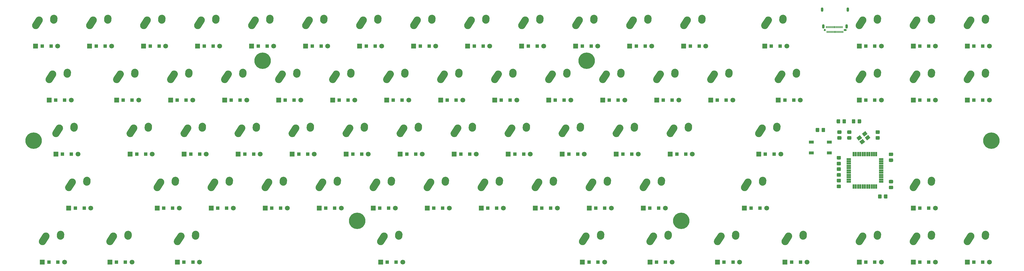
<source format=gbs>
%TF.GenerationSoftware,KiCad,Pcbnew,(5.1.6)-1*%
%TF.CreationDate,2020-08-01T22:19:26-04:00*%
%TF.ProjectId,prosaic,70726f73-6169-4632-9e6b-696361645f70,A*%
%TF.SameCoordinates,Original*%
%TF.FileFunction,Soldermask,Bot*%
%TF.FilePolarity,Negative*%
%FSLAX46Y46*%
G04 Gerber Fmt 4.6, Leading zero omitted, Abs format (unit mm)*
G04 Created by KiCad (PCBNEW (5.1.6)-1) date 2020-08-01 22:19:26*
%MOMM*%
%LPD*%
G01*
G04 APERTURE LIST*
%ADD10R,0.400000X0.800000*%
%ADD11C,0.750000*%
%ADD12O,1.050000X0.750000*%
%ADD13O,0.900000X1.500000*%
%ADD14C,5.800000*%
%ADD15C,1.700000*%
%ADD16R,1.700000X1.700000*%
%ADD17R,1.300000X1.300000*%
%ADD18R,1.800000X1.100000*%
%ADD19R,0.650000X1.600000*%
%ADD20R,1.600000X0.650000*%
%ADD21C,0.100000*%
G04 APERTURE END LIST*
D10*
%TO.C,J1*%
X329940000Y-77950000D03*
X330440000Y-77950000D03*
X330940000Y-77950000D03*
X331440000Y-77950000D03*
X331940000Y-77950000D03*
X332440000Y-77950000D03*
X332940000Y-77950000D03*
X333440000Y-77950000D03*
X333940000Y-77950000D03*
X334440000Y-77950000D03*
X334940000Y-77950000D03*
D11*
X329340000Y-78990000D03*
D12*
X336540000Y-78990000D03*
D13*
X328450000Y-71790000D03*
X337430000Y-71790000D03*
X337070000Y-77740000D03*
D10*
X335440000Y-77950000D03*
X335190000Y-79650000D03*
X333690000Y-79650000D03*
X334190000Y-79650000D03*
X334690000Y-79650000D03*
X335690000Y-79650000D03*
X333190000Y-79650000D03*
X332690000Y-79650000D03*
X332190000Y-79650000D03*
X331690000Y-79650000D03*
X331190000Y-79650000D03*
X330690000Y-79650000D03*
X330190000Y-79650000D03*
D13*
X328810000Y-77740000D03*
%TD*%
D14*
%TO.C,REF\u002A\u002A*%
X388126556Y-118061660D03*
%TD*%
%TO.C,REF\u002A\u002A*%
X278725056Y-146335860D03*
%TD*%
%TO.C,REF\u002A\u002A*%
X245388056Y-89785860D03*
%TD*%
%TO.C,REF\u002A\u002A*%
X164425056Y-146335860D03*
%TD*%
%TO.C,REF\u002A\u002A*%
X131087456Y-89785860D03*
%TD*%
%TO.C,REF\u002A\u002A*%
X50262641Y-118061660D03*
%TD*%
%TO.C,K59*%
G36*
G01*
X306118180Y-132529876D02*
X306157628Y-131951219D01*
G75*
G02*
X307543038Y-130742649I1296990J-88420D01*
G01*
X307543038Y-130742649D01*
G75*
G02*
X308751608Y-132128059I-88420J-1296990D01*
G01*
X308712160Y-132706715D01*
G75*
G02*
X307326750Y-133915285I-1296990J88420D01*
G01*
X307326750Y-133915285D01*
G75*
G02*
X306118180Y-132529875I88420J1296990D01*
G01*
G37*
G36*
G01*
X299959023Y-133849293D02*
X301167947Y-131951663D01*
G75*
G02*
X302962845Y-131553743I1096409J-698489D01*
G01*
X302962845Y-131553743D01*
G75*
G02*
X303360765Y-133348641I-698489J-1096409D01*
G01*
X302151841Y-135246271D01*
G75*
G02*
X300356943Y-135644191I-1096409J698489D01*
G01*
X300356943Y-135644191D01*
G75*
G02*
X299959023Y-133849293I698489J1096409D01*
G01*
G37*
%TD*%
%TO.C,K62*%
G36*
G01*
X311123680Y-113479826D02*
X311163128Y-112901169D01*
G75*
G02*
X312548538Y-111692599I1296990J-88420D01*
G01*
X312548538Y-111692599D01*
G75*
G02*
X313757108Y-113078009I-88420J-1296990D01*
G01*
X313717660Y-113656665D01*
G75*
G02*
X312332250Y-114865235I-1296990J88420D01*
G01*
X312332250Y-114865235D01*
G75*
G02*
X311123680Y-113479825I88420J1296990D01*
G01*
G37*
G36*
G01*
X304964523Y-114799243D02*
X306173447Y-112901613D01*
G75*
G02*
X307968345Y-112503693I1096409J-698489D01*
G01*
X307968345Y-112503693D01*
G75*
G02*
X308366265Y-114298591I-698489J-1096409D01*
G01*
X307157341Y-116196221D01*
G75*
G02*
X305362443Y-116594141I-1096409J698489D01*
G01*
X305362443Y-116594141D01*
G75*
G02*
X304964523Y-114799243I698489J1096409D01*
G01*
G37*
%TD*%
%TO.C,K4*%
G36*
G01*
X67749680Y-132529876D02*
X67789128Y-131951219D01*
G75*
G02*
X69174538Y-130742649I1296990J-88420D01*
G01*
X69174538Y-130742649D01*
G75*
G02*
X70383108Y-132128059I-88420J-1296990D01*
G01*
X70343660Y-132706715D01*
G75*
G02*
X68958250Y-133915285I-1296990J88420D01*
G01*
X68958250Y-133915285D01*
G75*
G02*
X67749680Y-132529875I88420J1296990D01*
G01*
G37*
G36*
G01*
X61590523Y-133849293D02*
X62799447Y-131951663D01*
G75*
G02*
X64594345Y-131553743I1096409J-698489D01*
G01*
X64594345Y-131553743D01*
G75*
G02*
X64992265Y-133348641I-698489J-1096409D01*
G01*
X63783341Y-135246271D01*
G75*
G02*
X61988443Y-135644191I-1096409J698489D01*
G01*
X61988443Y-135644191D01*
G75*
G02*
X61590523Y-133849293I698489J1096409D01*
G01*
G37*
%TD*%
%TO.C,K64*%
G36*
G01*
X313262180Y-75379826D02*
X313301628Y-74801169D01*
G75*
G02*
X314687038Y-73592599I1296990J-88420D01*
G01*
X314687038Y-73592599D01*
G75*
G02*
X315895608Y-74978009I-88420J-1296990D01*
G01*
X315856160Y-75556665D01*
G75*
G02*
X314470750Y-76765235I-1296990J88420D01*
G01*
X314470750Y-76765235D01*
G75*
G02*
X313262180Y-75379825I88420J1296990D01*
G01*
G37*
G36*
G01*
X307103023Y-76699243D02*
X308311947Y-74801613D01*
G75*
G02*
X310106845Y-74403693I1096409J-698489D01*
G01*
X310106845Y-74403693D01*
G75*
G02*
X310504765Y-76198591I-698489J-1096409D01*
G01*
X309295841Y-78096221D01*
G75*
G02*
X307500943Y-78494141I-1096409J698489D01*
G01*
X307500943Y-78494141D01*
G75*
G02*
X307103023Y-76699243I698489J1096409D01*
G01*
G37*
%TD*%
%TO.C,K3*%
G36*
G01*
X63229740Y-113479226D02*
X63269188Y-112900569D01*
G75*
G02*
X64654598Y-111691999I1296990J-88420D01*
G01*
X64654598Y-111691999D01*
G75*
G02*
X65863168Y-113077409I-88420J-1296990D01*
G01*
X65823720Y-113656065D01*
G75*
G02*
X64438310Y-114864635I-1296990J88420D01*
G01*
X64438310Y-114864635D01*
G75*
G02*
X63229740Y-113479225I88420J1296990D01*
G01*
G37*
G36*
G01*
X57070583Y-114798643D02*
X58279507Y-112901013D01*
G75*
G02*
X60074405Y-112503093I1096409J-698489D01*
G01*
X60074405Y-112503093D01*
G75*
G02*
X60472325Y-114297991I-698489J-1096409D01*
G01*
X59263401Y-116195621D01*
G75*
G02*
X57468503Y-116593541I-1096409J698489D01*
G01*
X57468503Y-116593541D01*
G75*
G02*
X57070583Y-114798643I698489J1096409D01*
G01*
G37*
%TD*%
%TO.C,K2*%
G36*
G01*
X60849165Y-94429976D02*
X60888613Y-93851319D01*
G75*
G02*
X62274023Y-92642749I1296990J-88420D01*
G01*
X62274023Y-92642749D01*
G75*
G02*
X63482593Y-94028159I-88420J-1296990D01*
G01*
X63443145Y-94606815D01*
G75*
G02*
X62057735Y-95815385I-1296990J88420D01*
G01*
X62057735Y-95815385D01*
G75*
G02*
X60849165Y-94429975I88420J1296990D01*
G01*
G37*
G36*
G01*
X54690008Y-95749393D02*
X55898932Y-93851763D01*
G75*
G02*
X57693830Y-93453843I1096409J-698489D01*
G01*
X57693830Y-93453843D01*
G75*
G02*
X58091750Y-95248741I-698489J-1096409D01*
G01*
X56882826Y-97146371D01*
G75*
G02*
X55087928Y-97544291I-1096409J698489D01*
G01*
X55087928Y-97544291D01*
G75*
G02*
X54690008Y-95749393I698489J1096409D01*
G01*
G37*
%TD*%
%TO.C,K65*%
G36*
G01*
X318024180Y-94429976D02*
X318063628Y-93851319D01*
G75*
G02*
X319449038Y-92642749I1296990J-88420D01*
G01*
X319449038Y-92642749D01*
G75*
G02*
X320657608Y-94028159I-88420J-1296990D01*
G01*
X320618160Y-94606815D01*
G75*
G02*
X319232750Y-95815385I-1296990J88420D01*
G01*
X319232750Y-95815385D01*
G75*
G02*
X318024180Y-94429975I88420J1296990D01*
G01*
G37*
G36*
G01*
X311865023Y-95749393D02*
X313073947Y-93851763D01*
G75*
G02*
X314868845Y-93453843I1096409J-698489D01*
G01*
X314868845Y-93453843D01*
G75*
G02*
X315266765Y-95248741I-698489J-1096409D01*
G01*
X314057841Y-97146371D01*
G75*
G02*
X312262943Y-97544291I-1096409J698489D01*
G01*
X312262943Y-97544291D01*
G75*
G02*
X311865023Y-95749393I698489J1096409D01*
G01*
G37*
%TD*%
%TO.C,K5*%
G36*
G01*
X58468630Y-151579196D02*
X58508078Y-151000539D01*
G75*
G02*
X59893488Y-149791969I1296990J-88420D01*
G01*
X59893488Y-149791969D01*
G75*
G02*
X61102058Y-151177379I-88420J-1296990D01*
G01*
X61062610Y-151756035D01*
G75*
G02*
X59677200Y-152964605I-1296990J88420D01*
G01*
X59677200Y-152964605D01*
G75*
G02*
X58468630Y-151579195I88420J1296990D01*
G01*
G37*
G36*
G01*
X52309473Y-152898613D02*
X53518397Y-151000983D01*
G75*
G02*
X55313295Y-150603063I1096409J-698489D01*
G01*
X55313295Y-150603063D01*
G75*
G02*
X55711215Y-152397961I-698489J-1096409D01*
G01*
X54502291Y-154295591D01*
G75*
G02*
X52707393Y-154693511I-1096409J698489D01*
G01*
X52707393Y-154693511D01*
G75*
G02*
X52309473Y-152898613I698489J1096409D01*
G01*
G37*
%TD*%
%TO.C,K10*%
G36*
G01*
X82279680Y-151579196D02*
X82319128Y-151000539D01*
G75*
G02*
X83704538Y-149791969I1296990J-88420D01*
G01*
X83704538Y-149791969D01*
G75*
G02*
X84913108Y-151177379I-88420J-1296990D01*
G01*
X84873660Y-151756035D01*
G75*
G02*
X83488250Y-152964605I-1296990J88420D01*
G01*
X83488250Y-152964605D01*
G75*
G02*
X82279680Y-151579195I88420J1296990D01*
G01*
G37*
G36*
G01*
X76120523Y-152898613D02*
X77329447Y-151000983D01*
G75*
G02*
X79124345Y-150603063I1096409J-698489D01*
G01*
X79124345Y-150603063D01*
G75*
G02*
X79522265Y-152397961I-698489J-1096409D01*
G01*
X78313341Y-154295591D01*
G75*
G02*
X76518443Y-154693511I-1096409J698489D01*
G01*
X76518443Y-154693511D01*
G75*
G02*
X76120523Y-152898613I698489J1096409D01*
G01*
G37*
%TD*%
%TO.C,K15*%
G36*
G01*
X106093580Y-151579196D02*
X106133028Y-151000539D01*
G75*
G02*
X107518438Y-149791969I1296990J-88420D01*
G01*
X107518438Y-149791969D01*
G75*
G02*
X108727008Y-151177379I-88420J-1296990D01*
G01*
X108687560Y-151756035D01*
G75*
G02*
X107302150Y-152964605I-1296990J88420D01*
G01*
X107302150Y-152964605D01*
G75*
G02*
X106093580Y-151579195I88420J1296990D01*
G01*
G37*
G36*
G01*
X99934423Y-152898613D02*
X101143347Y-151000983D01*
G75*
G02*
X102938245Y-150603063I1096409J-698489D01*
G01*
X102938245Y-150603063D01*
G75*
G02*
X103336165Y-152397961I-698489J-1096409D01*
G01*
X102127241Y-154295591D01*
G75*
G02*
X100332343Y-154693511I-1096409J698489D01*
G01*
X100332343Y-154693511D01*
G75*
G02*
X99934423Y-152898613I698489J1096409D01*
G01*
G37*
%TD*%
%TO.C,K25*%
G36*
G01*
X248968680Y-151579196D02*
X249008128Y-151000539D01*
G75*
G02*
X250393538Y-149791969I1296990J-88420D01*
G01*
X250393538Y-149791969D01*
G75*
G02*
X251602108Y-151177379I-88420J-1296990D01*
G01*
X251562660Y-151756035D01*
G75*
G02*
X250177250Y-152964605I-1296990J88420D01*
G01*
X250177250Y-152964605D01*
G75*
G02*
X248968680Y-151579195I88420J1296990D01*
G01*
G37*
G36*
G01*
X242809523Y-152898613D02*
X244018447Y-151000983D01*
G75*
G02*
X245813345Y-150603063I1096409J-698489D01*
G01*
X245813345Y-150603063D01*
G75*
G02*
X246211265Y-152397961I-698489J-1096409D01*
G01*
X245002341Y-154295591D01*
G75*
G02*
X243207443Y-154693511I-1096409J698489D01*
G01*
X243207443Y-154693511D01*
G75*
G02*
X242809523Y-152898613I698489J1096409D01*
G01*
G37*
%TD*%
%TO.C,K30*%
G36*
G01*
X272779680Y-151579196D02*
X272819128Y-151000539D01*
G75*
G02*
X274204538Y-149791969I1296990J-88420D01*
G01*
X274204538Y-149791969D01*
G75*
G02*
X275413108Y-151177379I-88420J-1296990D01*
G01*
X275373660Y-151756035D01*
G75*
G02*
X273988250Y-152964605I-1296990J88420D01*
G01*
X273988250Y-152964605D01*
G75*
G02*
X272779680Y-151579195I88420J1296990D01*
G01*
G37*
G36*
G01*
X266620523Y-152898613D02*
X267829447Y-151000983D01*
G75*
G02*
X269624345Y-150603063I1096409J-698489D01*
G01*
X269624345Y-150603063D01*
G75*
G02*
X270022265Y-152397961I-698489J-1096409D01*
G01*
X268813341Y-154295591D01*
G75*
G02*
X267018443Y-154693511I-1096409J698489D01*
G01*
X267018443Y-154693511D01*
G75*
G02*
X266620523Y-152898613I698489J1096409D01*
G01*
G37*
%TD*%
%TO.C,K35*%
G36*
G01*
X296593680Y-151579196D02*
X296633128Y-151000539D01*
G75*
G02*
X298018538Y-149791969I1296990J-88420D01*
G01*
X298018538Y-149791969D01*
G75*
G02*
X299227108Y-151177379I-88420J-1296990D01*
G01*
X299187660Y-151756035D01*
G75*
G02*
X297802250Y-152964605I-1296990J88420D01*
G01*
X297802250Y-152964605D01*
G75*
G02*
X296593680Y-151579195I88420J1296990D01*
G01*
G37*
G36*
G01*
X290434523Y-152898613D02*
X291643447Y-151000983D01*
G75*
G02*
X293438345Y-150603063I1096409J-698489D01*
G01*
X293438345Y-150603063D01*
G75*
G02*
X293836265Y-152397961I-698489J-1096409D01*
G01*
X292627341Y-154295591D01*
G75*
G02*
X290832443Y-154693511I-1096409J698489D01*
G01*
X290832443Y-154693511D01*
G75*
G02*
X290434523Y-152898613I698489J1096409D01*
G01*
G37*
%TD*%
%TO.C,K40*%
G36*
G01*
X320404680Y-151579196D02*
X320444128Y-151000539D01*
G75*
G02*
X321829538Y-149791969I1296990J-88420D01*
G01*
X321829538Y-149791969D01*
G75*
G02*
X323038108Y-151177379I-88420J-1296990D01*
G01*
X322998660Y-151756035D01*
G75*
G02*
X321613250Y-152964605I-1296990J88420D01*
G01*
X321613250Y-152964605D01*
G75*
G02*
X320404680Y-151579195I88420J1296990D01*
G01*
G37*
G36*
G01*
X314245523Y-152898613D02*
X315454447Y-151000983D01*
G75*
G02*
X317249345Y-150603063I1096409J-698489D01*
G01*
X317249345Y-150603063D01*
G75*
G02*
X317647265Y-152397961I-698489J-1096409D01*
G01*
X316438341Y-154295591D01*
G75*
G02*
X314643443Y-154693511I-1096409J698489D01*
G01*
X314643443Y-154693511D01*
G75*
G02*
X314245523Y-152898613I698489J1096409D01*
G01*
G37*
%TD*%
%TO.C,K11*%
G36*
G01*
X94185880Y-75380676D02*
X94225328Y-74802019D01*
G75*
G02*
X95610738Y-73593449I1296990J-88420D01*
G01*
X95610738Y-73593449D01*
G75*
G02*
X96819308Y-74978859I-88420J-1296990D01*
G01*
X96779860Y-75557515D01*
G75*
G02*
X95394450Y-76766085I-1296990J88420D01*
G01*
X95394450Y-76766085D01*
G75*
G02*
X94185880Y-75380675I88420J1296990D01*
G01*
G37*
G36*
G01*
X88026723Y-76700093D02*
X89235647Y-74802463D01*
G75*
G02*
X91030545Y-74404543I1096409J-698489D01*
G01*
X91030545Y-74404543D01*
G75*
G02*
X91428465Y-76199441I-698489J-1096409D01*
G01*
X90219541Y-78097071D01*
G75*
G02*
X88424643Y-78494991I-1096409J698489D01*
G01*
X88424643Y-78494991D01*
G75*
G02*
X88026723Y-76700093I698489J1096409D01*
G01*
G37*
%TD*%
%TO.C,K6*%
G36*
G01*
X75136580Y-75380676D02*
X75176028Y-74802019D01*
G75*
G02*
X76561438Y-73593449I1296990J-88420D01*
G01*
X76561438Y-73593449D01*
G75*
G02*
X77770008Y-74978859I-88420J-1296990D01*
G01*
X77730560Y-75557515D01*
G75*
G02*
X76345150Y-76766085I-1296990J88420D01*
G01*
X76345150Y-76766085D01*
G75*
G02*
X75136580Y-75380675I88420J1296990D01*
G01*
G37*
G36*
G01*
X68977423Y-76700093D02*
X70186347Y-74802463D01*
G75*
G02*
X71981245Y-74404543I1096409J-698489D01*
G01*
X71981245Y-74404543D01*
G75*
G02*
X72379165Y-76199441I-698489J-1096409D01*
G01*
X71170241Y-78097071D01*
G75*
G02*
X69375343Y-78494991I-1096409J698489D01*
G01*
X69375343Y-78494991D01*
G75*
G02*
X68977423Y-76700093I698489J1096409D01*
G01*
G37*
%TD*%
%TO.C,K1*%
G36*
G01*
X56087350Y-75380676D02*
X56126798Y-74802019D01*
G75*
G02*
X57512208Y-73593449I1296990J-88420D01*
G01*
X57512208Y-73593449D01*
G75*
G02*
X58720778Y-74978859I-88420J-1296990D01*
G01*
X58681330Y-75557515D01*
G75*
G02*
X57295920Y-76766085I-1296990J88420D01*
G01*
X57295920Y-76766085D01*
G75*
G02*
X56087350Y-75380675I88420J1296990D01*
G01*
G37*
G36*
G01*
X49928193Y-76700093D02*
X51137117Y-74802463D01*
G75*
G02*
X52932015Y-74404543I1096409J-698489D01*
G01*
X52932015Y-74404543D01*
G75*
G02*
X53329935Y-76199441I-698489J-1096409D01*
G01*
X52121011Y-78097071D01*
G75*
G02*
X50326113Y-78494991I-1096409J698489D01*
G01*
X50326113Y-78494991D01*
G75*
G02*
X49928193Y-76700093I698489J1096409D01*
G01*
G37*
%TD*%
%TO.C,K16*%
G36*
G01*
X113235880Y-75380676D02*
X113275328Y-74802019D01*
G75*
G02*
X114660738Y-73593449I1296990J-88420D01*
G01*
X114660738Y-73593449D01*
G75*
G02*
X115869308Y-74978859I-88420J-1296990D01*
G01*
X115829860Y-75557515D01*
G75*
G02*
X114444450Y-76766085I-1296990J88420D01*
G01*
X114444450Y-76766085D01*
G75*
G02*
X113235880Y-75380675I88420J1296990D01*
G01*
G37*
G36*
G01*
X107076723Y-76700093D02*
X108285647Y-74802463D01*
G75*
G02*
X110080545Y-74404543I1096409J-698489D01*
G01*
X110080545Y-74404543D01*
G75*
G02*
X110478465Y-76199441I-698489J-1096409D01*
G01*
X109269541Y-78097071D01*
G75*
G02*
X107474643Y-78494991I-1096409J698489D01*
G01*
X107474643Y-78494991D01*
G75*
G02*
X107076723Y-76700093I698489J1096409D01*
G01*
G37*
%TD*%
%TO.C,K21*%
G36*
G01*
X132286580Y-75380676D02*
X132326028Y-74802019D01*
G75*
G02*
X133711438Y-73593449I1296990J-88420D01*
G01*
X133711438Y-73593449D01*
G75*
G02*
X134920008Y-74978859I-88420J-1296990D01*
G01*
X134880560Y-75557515D01*
G75*
G02*
X133495150Y-76766085I-1296990J88420D01*
G01*
X133495150Y-76766085D01*
G75*
G02*
X132286580Y-75380675I88420J1296990D01*
G01*
G37*
G36*
G01*
X126127423Y-76700093D02*
X127336347Y-74802463D01*
G75*
G02*
X129131245Y-74404543I1096409J-698489D01*
G01*
X129131245Y-74404543D01*
G75*
G02*
X129529165Y-76199441I-698489J-1096409D01*
G01*
X128320241Y-78097071D01*
G75*
G02*
X126525343Y-78494991I-1096409J698489D01*
G01*
X126525343Y-78494991D01*
G75*
G02*
X126127423Y-76700093I698489J1096409D01*
G01*
G37*
%TD*%
%TO.C,K26*%
G36*
G01*
X151335880Y-75380676D02*
X151375328Y-74802019D01*
G75*
G02*
X152760738Y-73593449I1296990J-88420D01*
G01*
X152760738Y-73593449D01*
G75*
G02*
X153969308Y-74978859I-88420J-1296990D01*
G01*
X153929860Y-75557515D01*
G75*
G02*
X152544450Y-76766085I-1296990J88420D01*
G01*
X152544450Y-76766085D01*
G75*
G02*
X151335880Y-75380675I88420J1296990D01*
G01*
G37*
G36*
G01*
X145176723Y-76700093D02*
X146385647Y-74802463D01*
G75*
G02*
X148180545Y-74404543I1096409J-698489D01*
G01*
X148180545Y-74404543D01*
G75*
G02*
X148578465Y-76199441I-698489J-1096409D01*
G01*
X147369541Y-78097071D01*
G75*
G02*
X145574643Y-78494991I-1096409J698489D01*
G01*
X145574643Y-78494991D01*
G75*
G02*
X145176723Y-76700093I698489J1096409D01*
G01*
G37*
%TD*%
%TO.C,K31*%
G36*
G01*
X170386180Y-75380676D02*
X170425628Y-74802019D01*
G75*
G02*
X171811038Y-73593449I1296990J-88420D01*
G01*
X171811038Y-73593449D01*
G75*
G02*
X173019608Y-74978859I-88420J-1296990D01*
G01*
X172980160Y-75557515D01*
G75*
G02*
X171594750Y-76766085I-1296990J88420D01*
G01*
X171594750Y-76766085D01*
G75*
G02*
X170386180Y-75380675I88420J1296990D01*
G01*
G37*
G36*
G01*
X164227023Y-76700093D02*
X165435947Y-74802463D01*
G75*
G02*
X167230845Y-74404543I1096409J-698489D01*
G01*
X167230845Y-74404543D01*
G75*
G02*
X167628765Y-76199441I-698489J-1096409D01*
G01*
X166419841Y-78097071D01*
G75*
G02*
X164624943Y-78494991I-1096409J698489D01*
G01*
X164624943Y-78494991D01*
G75*
G02*
X164227023Y-76700093I698489J1096409D01*
G01*
G37*
%TD*%
%TO.C,K36*%
G36*
G01*
X189437180Y-75380676D02*
X189476628Y-74802019D01*
G75*
G02*
X190862038Y-73593449I1296990J-88420D01*
G01*
X190862038Y-73593449D01*
G75*
G02*
X192070608Y-74978859I-88420J-1296990D01*
G01*
X192031160Y-75557515D01*
G75*
G02*
X190645750Y-76766085I-1296990J88420D01*
G01*
X190645750Y-76766085D01*
G75*
G02*
X189437180Y-75380675I88420J1296990D01*
G01*
G37*
G36*
G01*
X183278023Y-76700093D02*
X184486947Y-74802463D01*
G75*
G02*
X186281845Y-74404543I1096409J-698489D01*
G01*
X186281845Y-74404543D01*
G75*
G02*
X186679765Y-76199441I-698489J-1096409D01*
G01*
X185470841Y-78097071D01*
G75*
G02*
X183675943Y-78494991I-1096409J698489D01*
G01*
X183675943Y-78494991D01*
G75*
G02*
X183278023Y-76700093I698489J1096409D01*
G01*
G37*
%TD*%
%TO.C,K41*%
G36*
G01*
X208487180Y-75380676D02*
X208526628Y-74802019D01*
G75*
G02*
X209912038Y-73593449I1296990J-88420D01*
G01*
X209912038Y-73593449D01*
G75*
G02*
X211120608Y-74978859I-88420J-1296990D01*
G01*
X211081160Y-75557515D01*
G75*
G02*
X209695750Y-76766085I-1296990J88420D01*
G01*
X209695750Y-76766085D01*
G75*
G02*
X208487180Y-75380675I88420J1296990D01*
G01*
G37*
G36*
G01*
X202328023Y-76700093D02*
X203536947Y-74802463D01*
G75*
G02*
X205331845Y-74404543I1096409J-698489D01*
G01*
X205331845Y-74404543D01*
G75*
G02*
X205729765Y-76199441I-698489J-1096409D01*
G01*
X204520841Y-78097071D01*
G75*
G02*
X202725943Y-78494991I-1096409J698489D01*
G01*
X202725943Y-78494991D01*
G75*
G02*
X202328023Y-76700093I698489J1096409D01*
G01*
G37*
%TD*%
%TO.C,K46*%
G36*
G01*
X227537180Y-75380676D02*
X227576628Y-74802019D01*
G75*
G02*
X228962038Y-73593449I1296990J-88420D01*
G01*
X228962038Y-73593449D01*
G75*
G02*
X230170608Y-74978859I-88420J-1296990D01*
G01*
X230131160Y-75557515D01*
G75*
G02*
X228745750Y-76766085I-1296990J88420D01*
G01*
X228745750Y-76766085D01*
G75*
G02*
X227537180Y-75380675I88420J1296990D01*
G01*
G37*
G36*
G01*
X221378023Y-76700093D02*
X222586947Y-74802463D01*
G75*
G02*
X224381845Y-74404543I1096409J-698489D01*
G01*
X224381845Y-74404543D01*
G75*
G02*
X224779765Y-76199441I-698489J-1096409D01*
G01*
X223570841Y-78097071D01*
G75*
G02*
X221775943Y-78494991I-1096409J698489D01*
G01*
X221775943Y-78494991D01*
G75*
G02*
X221378023Y-76700093I698489J1096409D01*
G01*
G37*
%TD*%
%TO.C,K51*%
G36*
G01*
X246587180Y-75380676D02*
X246626628Y-74802019D01*
G75*
G02*
X248012038Y-73593449I1296990J-88420D01*
G01*
X248012038Y-73593449D01*
G75*
G02*
X249220608Y-74978859I-88420J-1296990D01*
G01*
X249181160Y-75557515D01*
G75*
G02*
X247795750Y-76766085I-1296990J88420D01*
G01*
X247795750Y-76766085D01*
G75*
G02*
X246587180Y-75380675I88420J1296990D01*
G01*
G37*
G36*
G01*
X240428023Y-76700093D02*
X241636947Y-74802463D01*
G75*
G02*
X243431845Y-74404543I1096409J-698489D01*
G01*
X243431845Y-74404543D01*
G75*
G02*
X243829765Y-76199441I-698489J-1096409D01*
G01*
X242620841Y-78097071D01*
G75*
G02*
X240825943Y-78494991I-1096409J698489D01*
G01*
X240825943Y-78494991D01*
G75*
G02*
X240428023Y-76700093I698489J1096409D01*
G01*
G37*
%TD*%
%TO.C,K56*%
G36*
G01*
X265637180Y-75380676D02*
X265676628Y-74802019D01*
G75*
G02*
X267062038Y-73593449I1296990J-88420D01*
G01*
X267062038Y-73593449D01*
G75*
G02*
X268270608Y-74978859I-88420J-1296990D01*
G01*
X268231160Y-75557515D01*
G75*
G02*
X266845750Y-76766085I-1296990J88420D01*
G01*
X266845750Y-76766085D01*
G75*
G02*
X265637180Y-75380675I88420J1296990D01*
G01*
G37*
G36*
G01*
X259478023Y-76700093D02*
X260686947Y-74802463D01*
G75*
G02*
X262481845Y-74404543I1096409J-698489D01*
G01*
X262481845Y-74404543D01*
G75*
G02*
X262879765Y-76199441I-698489J-1096409D01*
G01*
X261670841Y-78097071D01*
G75*
G02*
X259875943Y-78494991I-1096409J698489D01*
G01*
X259875943Y-78494991D01*
G75*
G02*
X259478023Y-76700093I698489J1096409D01*
G01*
G37*
%TD*%
%TO.C,K60*%
G36*
G01*
X284687180Y-75380676D02*
X284726628Y-74802019D01*
G75*
G02*
X286112038Y-73593449I1296990J-88420D01*
G01*
X286112038Y-73593449D01*
G75*
G02*
X287320608Y-74978859I-88420J-1296990D01*
G01*
X287281160Y-75557515D01*
G75*
G02*
X285895750Y-76766085I-1296990J88420D01*
G01*
X285895750Y-76766085D01*
G75*
G02*
X284687180Y-75380675I88420J1296990D01*
G01*
G37*
G36*
G01*
X278528023Y-76700093D02*
X279736947Y-74802463D01*
G75*
G02*
X281531845Y-74404543I1096409J-698489D01*
G01*
X281531845Y-74404543D01*
G75*
G02*
X281929765Y-76199441I-698489J-1096409D01*
G01*
X280720841Y-78097071D01*
G75*
G02*
X278925943Y-78494991I-1096409J698489D01*
G01*
X278925943Y-78494991D01*
G75*
G02*
X278528023Y-76700093I698489J1096409D01*
G01*
G37*
%TD*%
%TO.C,K68*%
G36*
G01*
X346599180Y-75380676D02*
X346638628Y-74802019D01*
G75*
G02*
X348024038Y-73593449I1296990J-88420D01*
G01*
X348024038Y-73593449D01*
G75*
G02*
X349232608Y-74978859I-88420J-1296990D01*
G01*
X349193160Y-75557515D01*
G75*
G02*
X347807750Y-76766085I-1296990J88420D01*
G01*
X347807750Y-76766085D01*
G75*
G02*
X346599180Y-75380675I88420J1296990D01*
G01*
G37*
G36*
G01*
X340440023Y-76700093D02*
X341648947Y-74802463D01*
G75*
G02*
X343443845Y-74404543I1096409J-698489D01*
G01*
X343443845Y-74404543D01*
G75*
G02*
X343841765Y-76199441I-698489J-1096409D01*
G01*
X342632841Y-78097071D01*
G75*
G02*
X340837943Y-78494991I-1096409J698489D01*
G01*
X340837943Y-78494991D01*
G75*
G02*
X340440023Y-76700093I698489J1096409D01*
G01*
G37*
%TD*%
%TO.C,K66*%
G36*
G01*
X365649180Y-75380676D02*
X365688628Y-74802019D01*
G75*
G02*
X367074038Y-73593449I1296990J-88420D01*
G01*
X367074038Y-73593449D01*
G75*
G02*
X368282608Y-74978859I-88420J-1296990D01*
G01*
X368243160Y-75557515D01*
G75*
G02*
X366857750Y-76766085I-1296990J88420D01*
G01*
X366857750Y-76766085D01*
G75*
G02*
X365649180Y-75380675I88420J1296990D01*
G01*
G37*
G36*
G01*
X359490023Y-76700093D02*
X360698947Y-74802463D01*
G75*
G02*
X362493845Y-74404543I1096409J-698489D01*
G01*
X362493845Y-74404543D01*
G75*
G02*
X362891765Y-76199441I-698489J-1096409D01*
G01*
X361682841Y-78097071D01*
G75*
G02*
X359887943Y-78494991I-1096409J698489D01*
G01*
X359887943Y-78494991D01*
G75*
G02*
X359490023Y-76700093I698489J1096409D01*
G01*
G37*
%TD*%
%TO.C,K70*%
G36*
G01*
X384699180Y-75380676D02*
X384738628Y-74802019D01*
G75*
G02*
X386124038Y-73593449I1296990J-88420D01*
G01*
X386124038Y-73593449D01*
G75*
G02*
X387332608Y-74978859I-88420J-1296990D01*
G01*
X387293160Y-75557515D01*
G75*
G02*
X385907750Y-76766085I-1296990J88420D01*
G01*
X385907750Y-76766085D01*
G75*
G02*
X384699180Y-75380675I88420J1296990D01*
G01*
G37*
G36*
G01*
X378540023Y-76700093D02*
X379748947Y-74802463D01*
G75*
G02*
X381543845Y-74404543I1096409J-698489D01*
G01*
X381543845Y-74404543D01*
G75*
G02*
X381941765Y-76199441I-698489J-1096409D01*
G01*
X380732841Y-78097071D01*
G75*
G02*
X378937943Y-78494991I-1096409J698489D01*
G01*
X378937943Y-78494991D01*
G75*
G02*
X378540023Y-76700093I698489J1096409D01*
G01*
G37*
%TD*%
%TO.C,K7*%
G36*
G01*
X84662280Y-94429976D02*
X84701728Y-93851319D01*
G75*
G02*
X86087138Y-92642749I1296990J-88420D01*
G01*
X86087138Y-92642749D01*
G75*
G02*
X87295708Y-94028159I-88420J-1296990D01*
G01*
X87256260Y-94606815D01*
G75*
G02*
X85870850Y-95815385I-1296990J88420D01*
G01*
X85870850Y-95815385D01*
G75*
G02*
X84662280Y-94429975I88420J1296990D01*
G01*
G37*
G36*
G01*
X78503123Y-95749393D02*
X79712047Y-93851763D01*
G75*
G02*
X81506945Y-93453843I1096409J-698489D01*
G01*
X81506945Y-93453843D01*
G75*
G02*
X81904865Y-95248741I-698489J-1096409D01*
G01*
X80695941Y-97146371D01*
G75*
G02*
X78901043Y-97544291I-1096409J698489D01*
G01*
X78901043Y-97544291D01*
G75*
G02*
X78503123Y-95749393I698489J1096409D01*
G01*
G37*
%TD*%
%TO.C,K12*%
G36*
G01*
X103712280Y-94429976D02*
X103751728Y-93851319D01*
G75*
G02*
X105137138Y-92642749I1296990J-88420D01*
G01*
X105137138Y-92642749D01*
G75*
G02*
X106345708Y-94028159I-88420J-1296990D01*
G01*
X106306260Y-94606815D01*
G75*
G02*
X104920850Y-95815385I-1296990J88420D01*
G01*
X104920850Y-95815385D01*
G75*
G02*
X103712280Y-94429975I88420J1296990D01*
G01*
G37*
G36*
G01*
X97553123Y-95749393D02*
X98762047Y-93851763D01*
G75*
G02*
X100556945Y-93453843I1096409J-698489D01*
G01*
X100556945Y-93453843D01*
G75*
G02*
X100954865Y-95248741I-698489J-1096409D01*
G01*
X99745941Y-97146371D01*
G75*
G02*
X97951043Y-97544291I-1096409J698489D01*
G01*
X97951043Y-97544291D01*
G75*
G02*
X97553123Y-95749393I698489J1096409D01*
G01*
G37*
%TD*%
%TO.C,K17*%
G36*
G01*
X122761580Y-94429976D02*
X122801028Y-93851319D01*
G75*
G02*
X124186438Y-92642749I1296990J-88420D01*
G01*
X124186438Y-92642749D01*
G75*
G02*
X125395008Y-94028159I-88420J-1296990D01*
G01*
X125355560Y-94606815D01*
G75*
G02*
X123970150Y-95815385I-1296990J88420D01*
G01*
X123970150Y-95815385D01*
G75*
G02*
X122761580Y-94429975I88420J1296990D01*
G01*
G37*
G36*
G01*
X116602423Y-95749393D02*
X117811347Y-93851763D01*
G75*
G02*
X119606245Y-93453843I1096409J-698489D01*
G01*
X119606245Y-93453843D01*
G75*
G02*
X120004165Y-95248741I-698489J-1096409D01*
G01*
X118795241Y-97146371D01*
G75*
G02*
X117000343Y-97544291I-1096409J698489D01*
G01*
X117000343Y-97544291D01*
G75*
G02*
X116602423Y-95749393I698489J1096409D01*
G01*
G37*
%TD*%
%TO.C,K22*%
G36*
G01*
X141811380Y-94429976D02*
X141850828Y-93851319D01*
G75*
G02*
X143236238Y-92642749I1296990J-88420D01*
G01*
X143236238Y-92642749D01*
G75*
G02*
X144444808Y-94028159I-88420J-1296990D01*
G01*
X144405360Y-94606815D01*
G75*
G02*
X143019950Y-95815385I-1296990J88420D01*
G01*
X143019950Y-95815385D01*
G75*
G02*
X141811380Y-94429975I88420J1296990D01*
G01*
G37*
G36*
G01*
X135652223Y-95749393D02*
X136861147Y-93851763D01*
G75*
G02*
X138656045Y-93453843I1096409J-698489D01*
G01*
X138656045Y-93453843D01*
G75*
G02*
X139053965Y-95248741I-698489J-1096409D01*
G01*
X137845041Y-97146371D01*
G75*
G02*
X136050143Y-97544291I-1096409J698489D01*
G01*
X136050143Y-97544291D01*
G75*
G02*
X135652223Y-95749393I698489J1096409D01*
G01*
G37*
%TD*%
%TO.C,K27*%
G36*
G01*
X160861180Y-94429976D02*
X160900628Y-93851319D01*
G75*
G02*
X162286038Y-92642749I1296990J-88420D01*
G01*
X162286038Y-92642749D01*
G75*
G02*
X163494608Y-94028159I-88420J-1296990D01*
G01*
X163455160Y-94606815D01*
G75*
G02*
X162069750Y-95815385I-1296990J88420D01*
G01*
X162069750Y-95815385D01*
G75*
G02*
X160861180Y-94429975I88420J1296990D01*
G01*
G37*
G36*
G01*
X154702023Y-95749393D02*
X155910947Y-93851763D01*
G75*
G02*
X157705845Y-93453843I1096409J-698489D01*
G01*
X157705845Y-93453843D01*
G75*
G02*
X158103765Y-95248741I-698489J-1096409D01*
G01*
X156894841Y-97146371D01*
G75*
G02*
X155099943Y-97544291I-1096409J698489D01*
G01*
X155099943Y-97544291D01*
G75*
G02*
X154702023Y-95749393I698489J1096409D01*
G01*
G37*
%TD*%
%TO.C,K32*%
G36*
G01*
X179911180Y-94429976D02*
X179950628Y-93851319D01*
G75*
G02*
X181336038Y-92642749I1296990J-88420D01*
G01*
X181336038Y-92642749D01*
G75*
G02*
X182544608Y-94028159I-88420J-1296990D01*
G01*
X182505160Y-94606815D01*
G75*
G02*
X181119750Y-95815385I-1296990J88420D01*
G01*
X181119750Y-95815385D01*
G75*
G02*
X179911180Y-94429975I88420J1296990D01*
G01*
G37*
G36*
G01*
X173752023Y-95749393D02*
X174960947Y-93851763D01*
G75*
G02*
X176755845Y-93453843I1096409J-698489D01*
G01*
X176755845Y-93453843D01*
G75*
G02*
X177153765Y-95248741I-698489J-1096409D01*
G01*
X175944841Y-97146371D01*
G75*
G02*
X174149943Y-97544291I-1096409J698489D01*
G01*
X174149943Y-97544291D01*
G75*
G02*
X173752023Y-95749393I698489J1096409D01*
G01*
G37*
%TD*%
%TO.C,K37*%
G36*
G01*
X198962180Y-94429976D02*
X199001628Y-93851319D01*
G75*
G02*
X200387038Y-92642749I1296990J-88420D01*
G01*
X200387038Y-92642749D01*
G75*
G02*
X201595608Y-94028159I-88420J-1296990D01*
G01*
X201556160Y-94606815D01*
G75*
G02*
X200170750Y-95815385I-1296990J88420D01*
G01*
X200170750Y-95815385D01*
G75*
G02*
X198962180Y-94429975I88420J1296990D01*
G01*
G37*
G36*
G01*
X192803023Y-95749393D02*
X194011947Y-93851763D01*
G75*
G02*
X195806845Y-93453843I1096409J-698489D01*
G01*
X195806845Y-93453843D01*
G75*
G02*
X196204765Y-95248741I-698489J-1096409D01*
G01*
X194995841Y-97146371D01*
G75*
G02*
X193200943Y-97544291I-1096409J698489D01*
G01*
X193200943Y-97544291D01*
G75*
G02*
X192803023Y-95749393I698489J1096409D01*
G01*
G37*
%TD*%
%TO.C,K42*%
G36*
G01*
X218012180Y-94429976D02*
X218051628Y-93851319D01*
G75*
G02*
X219437038Y-92642749I1296990J-88420D01*
G01*
X219437038Y-92642749D01*
G75*
G02*
X220645608Y-94028159I-88420J-1296990D01*
G01*
X220606160Y-94606815D01*
G75*
G02*
X219220750Y-95815385I-1296990J88420D01*
G01*
X219220750Y-95815385D01*
G75*
G02*
X218012180Y-94429975I88420J1296990D01*
G01*
G37*
G36*
G01*
X211853023Y-95749393D02*
X213061947Y-93851763D01*
G75*
G02*
X214856845Y-93453843I1096409J-698489D01*
G01*
X214856845Y-93453843D01*
G75*
G02*
X215254765Y-95248741I-698489J-1096409D01*
G01*
X214045841Y-97146371D01*
G75*
G02*
X212250943Y-97544291I-1096409J698489D01*
G01*
X212250943Y-97544291D01*
G75*
G02*
X211853023Y-95749393I698489J1096409D01*
G01*
G37*
%TD*%
%TO.C,K47*%
G36*
G01*
X237062180Y-94429976D02*
X237101628Y-93851319D01*
G75*
G02*
X238487038Y-92642749I1296990J-88420D01*
G01*
X238487038Y-92642749D01*
G75*
G02*
X239695608Y-94028159I-88420J-1296990D01*
G01*
X239656160Y-94606815D01*
G75*
G02*
X238270750Y-95815385I-1296990J88420D01*
G01*
X238270750Y-95815385D01*
G75*
G02*
X237062180Y-94429975I88420J1296990D01*
G01*
G37*
G36*
G01*
X230903023Y-95749393D02*
X232111947Y-93851763D01*
G75*
G02*
X233906845Y-93453843I1096409J-698489D01*
G01*
X233906845Y-93453843D01*
G75*
G02*
X234304765Y-95248741I-698489J-1096409D01*
G01*
X233095841Y-97146371D01*
G75*
G02*
X231300943Y-97544291I-1096409J698489D01*
G01*
X231300943Y-97544291D01*
G75*
G02*
X230903023Y-95749393I698489J1096409D01*
G01*
G37*
%TD*%
%TO.C,K52*%
G36*
G01*
X256112180Y-94429976D02*
X256151628Y-93851319D01*
G75*
G02*
X257537038Y-92642749I1296990J-88420D01*
G01*
X257537038Y-92642749D01*
G75*
G02*
X258745608Y-94028159I-88420J-1296990D01*
G01*
X258706160Y-94606815D01*
G75*
G02*
X257320750Y-95815385I-1296990J88420D01*
G01*
X257320750Y-95815385D01*
G75*
G02*
X256112180Y-94429975I88420J1296990D01*
G01*
G37*
G36*
G01*
X249953023Y-95749393D02*
X251161947Y-93851763D01*
G75*
G02*
X252956845Y-93453843I1096409J-698489D01*
G01*
X252956845Y-93453843D01*
G75*
G02*
X253354765Y-95248741I-698489J-1096409D01*
G01*
X252145841Y-97146371D01*
G75*
G02*
X250350943Y-97544291I-1096409J698489D01*
G01*
X250350943Y-97544291D01*
G75*
G02*
X249953023Y-95749393I698489J1096409D01*
G01*
G37*
%TD*%
%TO.C,K57*%
G36*
G01*
X275162180Y-94429976D02*
X275201628Y-93851319D01*
G75*
G02*
X276587038Y-92642749I1296990J-88420D01*
G01*
X276587038Y-92642749D01*
G75*
G02*
X277795608Y-94028159I-88420J-1296990D01*
G01*
X277756160Y-94606815D01*
G75*
G02*
X276370750Y-95815385I-1296990J88420D01*
G01*
X276370750Y-95815385D01*
G75*
G02*
X275162180Y-94429975I88420J1296990D01*
G01*
G37*
G36*
G01*
X269003023Y-95749393D02*
X270211947Y-93851763D01*
G75*
G02*
X272006845Y-93453843I1096409J-698489D01*
G01*
X272006845Y-93453843D01*
G75*
G02*
X272404765Y-95248741I-698489J-1096409D01*
G01*
X271195841Y-97146371D01*
G75*
G02*
X269400943Y-97544291I-1096409J698489D01*
G01*
X269400943Y-97544291D01*
G75*
G02*
X269003023Y-95749393I698489J1096409D01*
G01*
G37*
%TD*%
%TO.C,K61*%
G36*
G01*
X294211680Y-94429976D02*
X294251128Y-93851319D01*
G75*
G02*
X295636538Y-92642749I1296990J-88420D01*
G01*
X295636538Y-92642749D01*
G75*
G02*
X296845108Y-94028159I-88420J-1296990D01*
G01*
X296805660Y-94606815D01*
G75*
G02*
X295420250Y-95815385I-1296990J88420D01*
G01*
X295420250Y-95815385D01*
G75*
G02*
X294211680Y-94429975I88420J1296990D01*
G01*
G37*
G36*
G01*
X288052523Y-95749393D02*
X289261447Y-93851763D01*
G75*
G02*
X291056345Y-93453843I1096409J-698489D01*
G01*
X291056345Y-93453843D01*
G75*
G02*
X291454265Y-95248741I-698489J-1096409D01*
G01*
X290245341Y-97146371D01*
G75*
G02*
X288450443Y-97544291I-1096409J698489D01*
G01*
X288450443Y-97544291D01*
G75*
G02*
X288052523Y-95749393I698489J1096409D01*
G01*
G37*
%TD*%
%TO.C,K69*%
G36*
G01*
X346599180Y-94429976D02*
X346638628Y-93851319D01*
G75*
G02*
X348024038Y-92642749I1296990J-88420D01*
G01*
X348024038Y-92642749D01*
G75*
G02*
X349232608Y-94028159I-88420J-1296990D01*
G01*
X349193160Y-94606815D01*
G75*
G02*
X347807750Y-95815385I-1296990J88420D01*
G01*
X347807750Y-95815385D01*
G75*
G02*
X346599180Y-94429975I88420J1296990D01*
G01*
G37*
G36*
G01*
X340440023Y-95749393D02*
X341648947Y-93851763D01*
G75*
G02*
X343443845Y-93453843I1096409J-698489D01*
G01*
X343443845Y-93453843D01*
G75*
G02*
X343841765Y-95248741I-698489J-1096409D01*
G01*
X342632841Y-97146371D01*
G75*
G02*
X340837943Y-97544291I-1096409J698489D01*
G01*
X340837943Y-97544291D01*
G75*
G02*
X340440023Y-95749393I698489J1096409D01*
G01*
G37*
%TD*%
%TO.C,K67*%
G36*
G01*
X365649180Y-94429976D02*
X365688628Y-93851319D01*
G75*
G02*
X367074038Y-92642749I1296990J-88420D01*
G01*
X367074038Y-92642749D01*
G75*
G02*
X368282608Y-94028159I-88420J-1296990D01*
G01*
X368243160Y-94606815D01*
G75*
G02*
X366857750Y-95815385I-1296990J88420D01*
G01*
X366857750Y-95815385D01*
G75*
G02*
X365649180Y-94429975I88420J1296990D01*
G01*
G37*
G36*
G01*
X359490023Y-95749393D02*
X360698947Y-93851763D01*
G75*
G02*
X362493845Y-93453843I1096409J-698489D01*
G01*
X362493845Y-93453843D01*
G75*
G02*
X362891765Y-95248741I-698489J-1096409D01*
G01*
X361682841Y-97146371D01*
G75*
G02*
X359887943Y-97544291I-1096409J698489D01*
G01*
X359887943Y-97544291D01*
G75*
G02*
X359490023Y-95749393I698489J1096409D01*
G01*
G37*
%TD*%
%TO.C,K71*%
G36*
G01*
X384699180Y-94429976D02*
X384738628Y-93851319D01*
G75*
G02*
X386124038Y-92642749I1296990J-88420D01*
G01*
X386124038Y-92642749D01*
G75*
G02*
X387332608Y-94028159I-88420J-1296990D01*
G01*
X387293160Y-94606815D01*
G75*
G02*
X385907750Y-95815385I-1296990J88420D01*
G01*
X385907750Y-95815385D01*
G75*
G02*
X384699180Y-94429975I88420J1296990D01*
G01*
G37*
G36*
G01*
X378540023Y-95749393D02*
X379748947Y-93851763D01*
G75*
G02*
X381543845Y-93453843I1096409J-698489D01*
G01*
X381543845Y-93453843D01*
G75*
G02*
X381941765Y-95248741I-698489J-1096409D01*
G01*
X380732841Y-97146371D01*
G75*
G02*
X378937943Y-97544291I-1096409J698489D01*
G01*
X378937943Y-97544291D01*
G75*
G02*
X378540023Y-95749393I698489J1096409D01*
G01*
G37*
%TD*%
%TO.C,K8*%
G36*
G01*
X89424080Y-113479226D02*
X89463528Y-112900569D01*
G75*
G02*
X90848938Y-111691999I1296990J-88420D01*
G01*
X90848938Y-111691999D01*
G75*
G02*
X92057508Y-113077409I-88420J-1296990D01*
G01*
X92018060Y-113656065D01*
G75*
G02*
X90632650Y-114864635I-1296990J88420D01*
G01*
X90632650Y-114864635D01*
G75*
G02*
X89424080Y-113479225I88420J1296990D01*
G01*
G37*
G36*
G01*
X83264923Y-114798643D02*
X84473847Y-112901013D01*
G75*
G02*
X86268745Y-112503093I1096409J-698489D01*
G01*
X86268745Y-112503093D01*
G75*
G02*
X86666665Y-114297991I-698489J-1096409D01*
G01*
X85457741Y-116195621D01*
G75*
G02*
X83662843Y-116593541I-1096409J698489D01*
G01*
X83662843Y-116593541D01*
G75*
G02*
X83264923Y-114798643I698489J1096409D01*
G01*
G37*
%TD*%
%TO.C,K13*%
G36*
G01*
X108474080Y-113479226D02*
X108513528Y-112900569D01*
G75*
G02*
X109898938Y-111691999I1296990J-88420D01*
G01*
X109898938Y-111691999D01*
G75*
G02*
X111107508Y-113077409I-88420J-1296990D01*
G01*
X111068060Y-113656065D01*
G75*
G02*
X109682650Y-114864635I-1296990J88420D01*
G01*
X109682650Y-114864635D01*
G75*
G02*
X108474080Y-113479225I88420J1296990D01*
G01*
G37*
G36*
G01*
X102314923Y-114798643D02*
X103523847Y-112901013D01*
G75*
G02*
X105318745Y-112503093I1096409J-698489D01*
G01*
X105318745Y-112503093D01*
G75*
G02*
X105716665Y-114297991I-698489J-1096409D01*
G01*
X104507741Y-116195621D01*
G75*
G02*
X102712843Y-116593541I-1096409J698489D01*
G01*
X102712843Y-116593541D01*
G75*
G02*
X102314923Y-114798643I698489J1096409D01*
G01*
G37*
%TD*%
%TO.C,K18*%
G36*
G01*
X127524080Y-113479226D02*
X127563528Y-112900569D01*
G75*
G02*
X128948938Y-111691999I1296990J-88420D01*
G01*
X128948938Y-111691999D01*
G75*
G02*
X130157508Y-113077409I-88420J-1296990D01*
G01*
X130118060Y-113656065D01*
G75*
G02*
X128732650Y-114864635I-1296990J88420D01*
G01*
X128732650Y-114864635D01*
G75*
G02*
X127524080Y-113479225I88420J1296990D01*
G01*
G37*
G36*
G01*
X121364923Y-114798643D02*
X122573847Y-112901013D01*
G75*
G02*
X124368745Y-112503093I1096409J-698489D01*
G01*
X124368745Y-112503093D01*
G75*
G02*
X124766665Y-114297991I-698489J-1096409D01*
G01*
X123557741Y-116195621D01*
G75*
G02*
X121762843Y-116593541I-1096409J698489D01*
G01*
X121762843Y-116593541D01*
G75*
G02*
X121364923Y-114798643I698489J1096409D01*
G01*
G37*
%TD*%
%TO.C,K23*%
G36*
G01*
X146574130Y-113479226D02*
X146613578Y-112900569D01*
G75*
G02*
X147998988Y-111691999I1296990J-88420D01*
G01*
X147998988Y-111691999D01*
G75*
G02*
X149207558Y-113077409I-88420J-1296990D01*
G01*
X149168110Y-113656065D01*
G75*
G02*
X147782700Y-114864635I-1296990J88420D01*
G01*
X147782700Y-114864635D01*
G75*
G02*
X146574130Y-113479225I88420J1296990D01*
G01*
G37*
G36*
G01*
X140414973Y-114798643D02*
X141623897Y-112901013D01*
G75*
G02*
X143418795Y-112503093I1096409J-698489D01*
G01*
X143418795Y-112503093D01*
G75*
G02*
X143816715Y-114297991I-698489J-1096409D01*
G01*
X142607791Y-116195621D01*
G75*
G02*
X140812893Y-116593541I-1096409J698489D01*
G01*
X140812893Y-116593541D01*
G75*
G02*
X140414973Y-114798643I698489J1096409D01*
G01*
G37*
%TD*%
%TO.C,K28*%
G36*
G01*
X165624180Y-113479226D02*
X165663628Y-112900569D01*
G75*
G02*
X167049038Y-111691999I1296990J-88420D01*
G01*
X167049038Y-111691999D01*
G75*
G02*
X168257608Y-113077409I-88420J-1296990D01*
G01*
X168218160Y-113656065D01*
G75*
G02*
X166832750Y-114864635I-1296990J88420D01*
G01*
X166832750Y-114864635D01*
G75*
G02*
X165624180Y-113479225I88420J1296990D01*
G01*
G37*
G36*
G01*
X159465023Y-114798643D02*
X160673947Y-112901013D01*
G75*
G02*
X162468845Y-112503093I1096409J-698489D01*
G01*
X162468845Y-112503093D01*
G75*
G02*
X162866765Y-114297991I-698489J-1096409D01*
G01*
X161657841Y-116195621D01*
G75*
G02*
X159862943Y-116593541I-1096409J698489D01*
G01*
X159862943Y-116593541D01*
G75*
G02*
X159465023Y-114798643I698489J1096409D01*
G01*
G37*
%TD*%
%TO.C,K33*%
G36*
G01*
X184674180Y-113479226D02*
X184713628Y-112900569D01*
G75*
G02*
X186099038Y-111691999I1296990J-88420D01*
G01*
X186099038Y-111691999D01*
G75*
G02*
X187307608Y-113077409I-88420J-1296990D01*
G01*
X187268160Y-113656065D01*
G75*
G02*
X185882750Y-114864635I-1296990J88420D01*
G01*
X185882750Y-114864635D01*
G75*
G02*
X184674180Y-113479225I88420J1296990D01*
G01*
G37*
G36*
G01*
X178515023Y-114798643D02*
X179723947Y-112901013D01*
G75*
G02*
X181518845Y-112503093I1096409J-698489D01*
G01*
X181518845Y-112503093D01*
G75*
G02*
X181916765Y-114297991I-698489J-1096409D01*
G01*
X180707841Y-116195621D01*
G75*
G02*
X178912943Y-116593541I-1096409J698489D01*
G01*
X178912943Y-116593541D01*
G75*
G02*
X178515023Y-114798643I698489J1096409D01*
G01*
G37*
%TD*%
%TO.C,K38*%
G36*
G01*
X203724180Y-113479226D02*
X203763628Y-112900569D01*
G75*
G02*
X205149038Y-111691999I1296990J-88420D01*
G01*
X205149038Y-111691999D01*
G75*
G02*
X206357608Y-113077409I-88420J-1296990D01*
G01*
X206318160Y-113656065D01*
G75*
G02*
X204932750Y-114864635I-1296990J88420D01*
G01*
X204932750Y-114864635D01*
G75*
G02*
X203724180Y-113479225I88420J1296990D01*
G01*
G37*
G36*
G01*
X197565023Y-114798643D02*
X198773947Y-112901013D01*
G75*
G02*
X200568845Y-112503093I1096409J-698489D01*
G01*
X200568845Y-112503093D01*
G75*
G02*
X200966765Y-114297991I-698489J-1096409D01*
G01*
X199757841Y-116195621D01*
G75*
G02*
X197962943Y-116593541I-1096409J698489D01*
G01*
X197962943Y-116593541D01*
G75*
G02*
X197565023Y-114798643I698489J1096409D01*
G01*
G37*
%TD*%
%TO.C,K43*%
G36*
G01*
X222774180Y-113479226D02*
X222813628Y-112900569D01*
G75*
G02*
X224199038Y-111691999I1296990J-88420D01*
G01*
X224199038Y-111691999D01*
G75*
G02*
X225407608Y-113077409I-88420J-1296990D01*
G01*
X225368160Y-113656065D01*
G75*
G02*
X223982750Y-114864635I-1296990J88420D01*
G01*
X223982750Y-114864635D01*
G75*
G02*
X222774180Y-113479225I88420J1296990D01*
G01*
G37*
G36*
G01*
X216615023Y-114798643D02*
X217823947Y-112901013D01*
G75*
G02*
X219618845Y-112503093I1096409J-698489D01*
G01*
X219618845Y-112503093D01*
G75*
G02*
X220016765Y-114297991I-698489J-1096409D01*
G01*
X218807841Y-116195621D01*
G75*
G02*
X217012943Y-116593541I-1096409J698489D01*
G01*
X217012943Y-116593541D01*
G75*
G02*
X216615023Y-114798643I698489J1096409D01*
G01*
G37*
%TD*%
%TO.C,K48*%
G36*
G01*
X241824180Y-113479226D02*
X241863628Y-112900569D01*
G75*
G02*
X243249038Y-111691999I1296990J-88420D01*
G01*
X243249038Y-111691999D01*
G75*
G02*
X244457608Y-113077409I-88420J-1296990D01*
G01*
X244418160Y-113656065D01*
G75*
G02*
X243032750Y-114864635I-1296990J88420D01*
G01*
X243032750Y-114864635D01*
G75*
G02*
X241824180Y-113479225I88420J1296990D01*
G01*
G37*
G36*
G01*
X235665023Y-114798643D02*
X236873947Y-112901013D01*
G75*
G02*
X238668845Y-112503093I1096409J-698489D01*
G01*
X238668845Y-112503093D01*
G75*
G02*
X239066765Y-114297991I-698489J-1096409D01*
G01*
X237857841Y-116195621D01*
G75*
G02*
X236062943Y-116593541I-1096409J698489D01*
G01*
X236062943Y-116593541D01*
G75*
G02*
X235665023Y-114798643I698489J1096409D01*
G01*
G37*
%TD*%
%TO.C,K53*%
G36*
G01*
X260874180Y-113479226D02*
X260913628Y-112900569D01*
G75*
G02*
X262299038Y-111691999I1296990J-88420D01*
G01*
X262299038Y-111691999D01*
G75*
G02*
X263507608Y-113077409I-88420J-1296990D01*
G01*
X263468160Y-113656065D01*
G75*
G02*
X262082750Y-114864635I-1296990J88420D01*
G01*
X262082750Y-114864635D01*
G75*
G02*
X260874180Y-113479225I88420J1296990D01*
G01*
G37*
G36*
G01*
X254715023Y-114798643D02*
X255923947Y-112901013D01*
G75*
G02*
X257718845Y-112503093I1096409J-698489D01*
G01*
X257718845Y-112503093D01*
G75*
G02*
X258116765Y-114297991I-698489J-1096409D01*
G01*
X256907841Y-116195621D01*
G75*
G02*
X255112943Y-116593541I-1096409J698489D01*
G01*
X255112943Y-116593541D01*
G75*
G02*
X254715023Y-114798643I698489J1096409D01*
G01*
G37*
%TD*%
%TO.C,K58*%
G36*
G01*
X279924180Y-113479226D02*
X279963628Y-112900569D01*
G75*
G02*
X281349038Y-111691999I1296990J-88420D01*
G01*
X281349038Y-111691999D01*
G75*
G02*
X282557608Y-113077409I-88420J-1296990D01*
G01*
X282518160Y-113656065D01*
G75*
G02*
X281132750Y-114864635I-1296990J88420D01*
G01*
X281132750Y-114864635D01*
G75*
G02*
X279924180Y-113479225I88420J1296990D01*
G01*
G37*
G36*
G01*
X273765023Y-114798643D02*
X274973947Y-112901013D01*
G75*
G02*
X276768845Y-112503093I1096409J-698489D01*
G01*
X276768845Y-112503093D01*
G75*
G02*
X277166765Y-114297991I-698489J-1096409D01*
G01*
X275957841Y-116195621D01*
G75*
G02*
X274162943Y-116593541I-1096409J698489D01*
G01*
X274162943Y-116593541D01*
G75*
G02*
X273765023Y-114798643I698489J1096409D01*
G01*
G37*
%TD*%
%TO.C,K9*%
G36*
G01*
X98949080Y-132529176D02*
X98988528Y-131950519D01*
G75*
G02*
X100373938Y-130741949I1296990J-88420D01*
G01*
X100373938Y-130741949D01*
G75*
G02*
X101582508Y-132127359I-88420J-1296990D01*
G01*
X101543060Y-132706015D01*
G75*
G02*
X100157650Y-133914585I-1296990J88420D01*
G01*
X100157650Y-133914585D01*
G75*
G02*
X98949080Y-132529175I88420J1296990D01*
G01*
G37*
G36*
G01*
X92789923Y-133848593D02*
X93998847Y-131950963D01*
G75*
G02*
X95793745Y-131553043I1096409J-698489D01*
G01*
X95793745Y-131553043D01*
G75*
G02*
X96191665Y-133347941I-698489J-1096409D01*
G01*
X94982741Y-135245571D01*
G75*
G02*
X93187843Y-135643491I-1096409J698489D01*
G01*
X93187843Y-135643491D01*
G75*
G02*
X92789923Y-133848593I698489J1096409D01*
G01*
G37*
%TD*%
%TO.C,K14*%
G36*
G01*
X117999080Y-132529176D02*
X118038528Y-131950519D01*
G75*
G02*
X119423938Y-130741949I1296990J-88420D01*
G01*
X119423938Y-130741949D01*
G75*
G02*
X120632508Y-132127359I-88420J-1296990D01*
G01*
X120593060Y-132706015D01*
G75*
G02*
X119207650Y-133914585I-1296990J88420D01*
G01*
X119207650Y-133914585D01*
G75*
G02*
X117999080Y-132529175I88420J1296990D01*
G01*
G37*
G36*
G01*
X111839923Y-133848593D02*
X113048847Y-131950963D01*
G75*
G02*
X114843745Y-131553043I1096409J-698489D01*
G01*
X114843745Y-131553043D01*
G75*
G02*
X115241665Y-133347941I-698489J-1096409D01*
G01*
X114032741Y-135245571D01*
G75*
G02*
X112237843Y-135643491I-1096409J698489D01*
G01*
X112237843Y-135643491D01*
G75*
G02*
X111839923Y-133848593I698489J1096409D01*
G01*
G37*
%TD*%
%TO.C,K19*%
G36*
G01*
X137049080Y-132529176D02*
X137088528Y-131950519D01*
G75*
G02*
X138473938Y-130741949I1296990J-88420D01*
G01*
X138473938Y-130741949D01*
G75*
G02*
X139682508Y-132127359I-88420J-1296990D01*
G01*
X139643060Y-132706015D01*
G75*
G02*
X138257650Y-133914585I-1296990J88420D01*
G01*
X138257650Y-133914585D01*
G75*
G02*
X137049080Y-132529175I88420J1296990D01*
G01*
G37*
G36*
G01*
X130889923Y-133848593D02*
X132098847Y-131950963D01*
G75*
G02*
X133893745Y-131553043I1096409J-698489D01*
G01*
X133893745Y-131553043D01*
G75*
G02*
X134291665Y-133347941I-698489J-1096409D01*
G01*
X133082741Y-135245571D01*
G75*
G02*
X131287843Y-135643491I-1096409J698489D01*
G01*
X131287843Y-135643491D01*
G75*
G02*
X130889923Y-133848593I698489J1096409D01*
G01*
G37*
%TD*%
%TO.C,K24*%
G36*
G01*
X156099180Y-132529176D02*
X156138628Y-131950519D01*
G75*
G02*
X157524038Y-130741949I1296990J-88420D01*
G01*
X157524038Y-130741949D01*
G75*
G02*
X158732608Y-132127359I-88420J-1296990D01*
G01*
X158693160Y-132706015D01*
G75*
G02*
X157307750Y-133914585I-1296990J88420D01*
G01*
X157307750Y-133914585D01*
G75*
G02*
X156099180Y-132529175I88420J1296990D01*
G01*
G37*
G36*
G01*
X149940023Y-133848593D02*
X151148947Y-131950963D01*
G75*
G02*
X152943845Y-131553043I1096409J-698489D01*
G01*
X152943845Y-131553043D01*
G75*
G02*
X153341765Y-133347941I-698489J-1096409D01*
G01*
X152132841Y-135245571D01*
G75*
G02*
X150337943Y-135643491I-1096409J698489D01*
G01*
X150337943Y-135643491D01*
G75*
G02*
X149940023Y-133848593I698489J1096409D01*
G01*
G37*
%TD*%
%TO.C,K29*%
G36*
G01*
X175149180Y-132529176D02*
X175188628Y-131950519D01*
G75*
G02*
X176574038Y-130741949I1296990J-88420D01*
G01*
X176574038Y-130741949D01*
G75*
G02*
X177782608Y-132127359I-88420J-1296990D01*
G01*
X177743160Y-132706015D01*
G75*
G02*
X176357750Y-133914585I-1296990J88420D01*
G01*
X176357750Y-133914585D01*
G75*
G02*
X175149180Y-132529175I88420J1296990D01*
G01*
G37*
G36*
G01*
X168990023Y-133848593D02*
X170198947Y-131950963D01*
G75*
G02*
X171993845Y-131553043I1096409J-698489D01*
G01*
X171993845Y-131553043D01*
G75*
G02*
X172391765Y-133347941I-698489J-1096409D01*
G01*
X171182841Y-135245571D01*
G75*
G02*
X169387943Y-135643491I-1096409J698489D01*
G01*
X169387943Y-135643491D01*
G75*
G02*
X168990023Y-133848593I698489J1096409D01*
G01*
G37*
%TD*%
%TO.C,K34*%
G36*
G01*
X194199180Y-132529176D02*
X194238628Y-131950519D01*
G75*
G02*
X195624038Y-130741949I1296990J-88420D01*
G01*
X195624038Y-130741949D01*
G75*
G02*
X196832608Y-132127359I-88420J-1296990D01*
G01*
X196793160Y-132706015D01*
G75*
G02*
X195407750Y-133914585I-1296990J88420D01*
G01*
X195407750Y-133914585D01*
G75*
G02*
X194199180Y-132529175I88420J1296990D01*
G01*
G37*
G36*
G01*
X188040023Y-133848593D02*
X189248947Y-131950963D01*
G75*
G02*
X191043845Y-131553043I1096409J-698489D01*
G01*
X191043845Y-131553043D01*
G75*
G02*
X191441765Y-133347941I-698489J-1096409D01*
G01*
X190232841Y-135245571D01*
G75*
G02*
X188437943Y-135643491I-1096409J698489D01*
G01*
X188437943Y-135643491D01*
G75*
G02*
X188040023Y-133848593I698489J1096409D01*
G01*
G37*
%TD*%
%TO.C,K39*%
G36*
G01*
X213249180Y-132529176D02*
X213288628Y-131950519D01*
G75*
G02*
X214674038Y-130741949I1296990J-88420D01*
G01*
X214674038Y-130741949D01*
G75*
G02*
X215882608Y-132127359I-88420J-1296990D01*
G01*
X215843160Y-132706015D01*
G75*
G02*
X214457750Y-133914585I-1296990J88420D01*
G01*
X214457750Y-133914585D01*
G75*
G02*
X213249180Y-132529175I88420J1296990D01*
G01*
G37*
G36*
G01*
X207090023Y-133848593D02*
X208298947Y-131950963D01*
G75*
G02*
X210093845Y-131553043I1096409J-698489D01*
G01*
X210093845Y-131553043D01*
G75*
G02*
X210491765Y-133347941I-698489J-1096409D01*
G01*
X209282841Y-135245571D01*
G75*
G02*
X207487943Y-135643491I-1096409J698489D01*
G01*
X207487943Y-135643491D01*
G75*
G02*
X207090023Y-133848593I698489J1096409D01*
G01*
G37*
%TD*%
%TO.C,K44*%
G36*
G01*
X232299180Y-132529176D02*
X232338628Y-131950519D01*
G75*
G02*
X233724038Y-130741949I1296990J-88420D01*
G01*
X233724038Y-130741949D01*
G75*
G02*
X234932608Y-132127359I-88420J-1296990D01*
G01*
X234893160Y-132706015D01*
G75*
G02*
X233507750Y-133914585I-1296990J88420D01*
G01*
X233507750Y-133914585D01*
G75*
G02*
X232299180Y-132529175I88420J1296990D01*
G01*
G37*
G36*
G01*
X226140023Y-133848593D02*
X227348947Y-131950963D01*
G75*
G02*
X229143845Y-131553043I1096409J-698489D01*
G01*
X229143845Y-131553043D01*
G75*
G02*
X229541765Y-133347941I-698489J-1096409D01*
G01*
X228332841Y-135245571D01*
G75*
G02*
X226537943Y-135643491I-1096409J698489D01*
G01*
X226537943Y-135643491D01*
G75*
G02*
X226140023Y-133848593I698489J1096409D01*
G01*
G37*
%TD*%
%TO.C,K49*%
G36*
G01*
X251349180Y-132529176D02*
X251388628Y-131950519D01*
G75*
G02*
X252774038Y-130741949I1296990J-88420D01*
G01*
X252774038Y-130741949D01*
G75*
G02*
X253982608Y-132127359I-88420J-1296990D01*
G01*
X253943160Y-132706015D01*
G75*
G02*
X252557750Y-133914585I-1296990J88420D01*
G01*
X252557750Y-133914585D01*
G75*
G02*
X251349180Y-132529175I88420J1296990D01*
G01*
G37*
G36*
G01*
X245190023Y-133848593D02*
X246398947Y-131950963D01*
G75*
G02*
X248193845Y-131553043I1096409J-698489D01*
G01*
X248193845Y-131553043D01*
G75*
G02*
X248591765Y-133347941I-698489J-1096409D01*
G01*
X247382841Y-135245571D01*
G75*
G02*
X245587943Y-135643491I-1096409J698489D01*
G01*
X245587943Y-135643491D01*
G75*
G02*
X245190023Y-133848593I698489J1096409D01*
G01*
G37*
%TD*%
%TO.C,K54*%
G36*
G01*
X270399180Y-132529176D02*
X270438628Y-131950519D01*
G75*
G02*
X271824038Y-130741949I1296990J-88420D01*
G01*
X271824038Y-130741949D01*
G75*
G02*
X273032608Y-132127359I-88420J-1296990D01*
G01*
X272993160Y-132706015D01*
G75*
G02*
X271607750Y-133914585I-1296990J88420D01*
G01*
X271607750Y-133914585D01*
G75*
G02*
X270399180Y-132529175I88420J1296990D01*
G01*
G37*
G36*
G01*
X264240023Y-133848593D02*
X265448947Y-131950963D01*
G75*
G02*
X267243845Y-131553043I1096409J-698489D01*
G01*
X267243845Y-131553043D01*
G75*
G02*
X267641765Y-133347941I-698489J-1096409D01*
G01*
X266432841Y-135245571D01*
G75*
G02*
X264637943Y-135643491I-1096409J698489D01*
G01*
X264637943Y-135643491D01*
G75*
G02*
X264240023Y-133848593I698489J1096409D01*
G01*
G37*
%TD*%
%TO.C,K63*%
G36*
G01*
X365649180Y-132529176D02*
X365688628Y-131950519D01*
G75*
G02*
X367074038Y-130741949I1296990J-88420D01*
G01*
X367074038Y-130741949D01*
G75*
G02*
X368282608Y-132127359I-88420J-1296990D01*
G01*
X368243160Y-132706015D01*
G75*
G02*
X366857750Y-133914585I-1296990J88420D01*
G01*
X366857750Y-133914585D01*
G75*
G02*
X365649180Y-132529175I88420J1296990D01*
G01*
G37*
G36*
G01*
X359490023Y-133848593D02*
X360698947Y-131950963D01*
G75*
G02*
X362493845Y-131553043I1096409J-698489D01*
G01*
X362493845Y-131553043D01*
G75*
G02*
X362891765Y-133347941I-698489J-1096409D01*
G01*
X361682841Y-135245571D01*
G75*
G02*
X359887943Y-135643491I-1096409J698489D01*
G01*
X359887943Y-135643491D01*
G75*
G02*
X359490023Y-133848593I698489J1096409D01*
G01*
G37*
%TD*%
%TO.C,K45*%
G36*
G01*
X346599180Y-151579196D02*
X346638628Y-151000539D01*
G75*
G02*
X348024038Y-149791969I1296990J-88420D01*
G01*
X348024038Y-149791969D01*
G75*
G02*
X349232608Y-151177379I-88420J-1296990D01*
G01*
X349193160Y-151756035D01*
G75*
G02*
X347807750Y-152964605I-1296990J88420D01*
G01*
X347807750Y-152964605D01*
G75*
G02*
X346599180Y-151579195I88420J1296990D01*
G01*
G37*
G36*
G01*
X340440023Y-152898613D02*
X341648947Y-151000983D01*
G75*
G02*
X343443845Y-150603063I1096409J-698489D01*
G01*
X343443845Y-150603063D01*
G75*
G02*
X343841765Y-152397961I-698489J-1096409D01*
G01*
X342632841Y-154295591D01*
G75*
G02*
X340837943Y-154693511I-1096409J698489D01*
G01*
X340837943Y-154693511D01*
G75*
G02*
X340440023Y-152898613I698489J1096409D01*
G01*
G37*
%TD*%
%TO.C,K50*%
G36*
G01*
X365649180Y-151579196D02*
X365688628Y-151000539D01*
G75*
G02*
X367074038Y-149791969I1296990J-88420D01*
G01*
X367074038Y-149791969D01*
G75*
G02*
X368282608Y-151177379I-88420J-1296990D01*
G01*
X368243160Y-151756035D01*
G75*
G02*
X366857750Y-152964605I-1296990J88420D01*
G01*
X366857750Y-152964605D01*
G75*
G02*
X365649180Y-151579195I88420J1296990D01*
G01*
G37*
G36*
G01*
X359490023Y-152898613D02*
X360698947Y-151000983D01*
G75*
G02*
X362493845Y-150603063I1096409J-698489D01*
G01*
X362493845Y-150603063D01*
G75*
G02*
X362891765Y-152397961I-698489J-1096409D01*
G01*
X361682841Y-154295591D01*
G75*
G02*
X359887943Y-154693511I-1096409J698489D01*
G01*
X359887943Y-154693511D01*
G75*
G02*
X359490023Y-152898613I698489J1096409D01*
G01*
G37*
%TD*%
%TO.C,K55*%
G36*
G01*
X384699180Y-151579196D02*
X384738628Y-151000539D01*
G75*
G02*
X386124038Y-149791969I1296990J-88420D01*
G01*
X386124038Y-149791969D01*
G75*
G02*
X387332608Y-151177379I-88420J-1296990D01*
G01*
X387293160Y-151756035D01*
G75*
G02*
X385907750Y-152964605I-1296990J88420D01*
G01*
X385907750Y-152964605D01*
G75*
G02*
X384699180Y-151579195I88420J1296990D01*
G01*
G37*
G36*
G01*
X378540023Y-152898613D02*
X379748947Y-151000983D01*
G75*
G02*
X381543845Y-150603063I1096409J-698489D01*
G01*
X381543845Y-150603063D01*
G75*
G02*
X381941765Y-152397961I-698489J-1096409D01*
G01*
X380732841Y-154295591D01*
G75*
G02*
X378937943Y-154693511I-1096409J698489D01*
G01*
X378937943Y-154693511D01*
G75*
G02*
X378540023Y-152898613I698489J1096409D01*
G01*
G37*
%TD*%
%TO.C,C1*%
G36*
G01*
X338478262Y-115625000D02*
X337521738Y-115625000D01*
G75*
G02*
X337250000Y-115353262I0J271738D01*
G01*
X337250000Y-114646738D01*
G75*
G02*
X337521738Y-114375000I271738J0D01*
G01*
X338478262Y-114375000D01*
G75*
G02*
X338750000Y-114646738I0J-271738D01*
G01*
X338750000Y-115353262D01*
G75*
G02*
X338478262Y-115625000I-271738J0D01*
G01*
G37*
G36*
G01*
X338478262Y-117675000D02*
X337521738Y-117675000D01*
G75*
G02*
X337250000Y-117403262I0J271738D01*
G01*
X337250000Y-116696738D01*
G75*
G02*
X337521738Y-116425000I271738J0D01*
G01*
X338478262Y-116425000D01*
G75*
G02*
X338750000Y-116696738I0J-271738D01*
G01*
X338750000Y-117403262D01*
G75*
G02*
X338478262Y-117675000I-271738J0D01*
G01*
G37*
%TD*%
%TO.C,C2*%
G36*
G01*
X348478262Y-115625000D02*
X347521738Y-115625000D01*
G75*
G02*
X347250000Y-115353262I0J271738D01*
G01*
X347250000Y-114646738D01*
G75*
G02*
X347521738Y-114375000I271738J0D01*
G01*
X348478262Y-114375000D01*
G75*
G02*
X348750000Y-114646738I0J-271738D01*
G01*
X348750000Y-115353262D01*
G75*
G02*
X348478262Y-115625000I-271738J0D01*
G01*
G37*
G36*
G01*
X348478262Y-117675000D02*
X347521738Y-117675000D01*
G75*
G02*
X347250000Y-117403262I0J271738D01*
G01*
X347250000Y-116696738D01*
G75*
G02*
X347521738Y-116425000I271738J0D01*
G01*
X348478262Y-116425000D01*
G75*
G02*
X348750000Y-116696738I0J-271738D01*
G01*
X348750000Y-117403262D01*
G75*
G02*
X348478262Y-117675000I-271738J0D01*
G01*
G37*
%TD*%
%TO.C,C3*%
G36*
G01*
X350200000Y-138178262D02*
X350200000Y-137221738D01*
G75*
G02*
X350471738Y-136950000I271738J0D01*
G01*
X351178262Y-136950000D01*
G75*
G02*
X351450000Y-137221738I0J-271738D01*
G01*
X351450000Y-138178262D01*
G75*
G02*
X351178262Y-138450000I-271738J0D01*
G01*
X350471738Y-138450000D01*
G75*
G02*
X350200000Y-138178262I0J271738D01*
G01*
G37*
G36*
G01*
X348150000Y-138178262D02*
X348150000Y-137221738D01*
G75*
G02*
X348421738Y-136950000I271738J0D01*
G01*
X349128262Y-136950000D01*
G75*
G02*
X349400000Y-137221738I0J-271738D01*
G01*
X349400000Y-138178262D01*
G75*
G02*
X349128262Y-138450000I-271738J0D01*
G01*
X348421738Y-138450000D01*
G75*
G02*
X348150000Y-138178262I0J271738D01*
G01*
G37*
%TD*%
%TO.C,C4*%
G36*
G01*
X353168262Y-123465000D02*
X352211738Y-123465000D01*
G75*
G02*
X351940000Y-123193262I0J271738D01*
G01*
X351940000Y-122486738D01*
G75*
G02*
X352211738Y-122215000I271738J0D01*
G01*
X353168262Y-122215000D01*
G75*
G02*
X353440000Y-122486738I0J-271738D01*
G01*
X353440000Y-123193262D01*
G75*
G02*
X353168262Y-123465000I-271738J0D01*
G01*
G37*
G36*
G01*
X353168262Y-125515000D02*
X352211738Y-125515000D01*
G75*
G02*
X351940000Y-125243262I0J271738D01*
G01*
X351940000Y-124536738D01*
G75*
G02*
X352211738Y-124265000I271738J0D01*
G01*
X353168262Y-124265000D01*
G75*
G02*
X353440000Y-124536738I0J-271738D01*
G01*
X353440000Y-125243262D01*
G75*
G02*
X353168262Y-125515000I-271738J0D01*
G01*
G37*
%TD*%
%TO.C,C5*%
G36*
G01*
X334778262Y-124675000D02*
X333821738Y-124675000D01*
G75*
G02*
X333550000Y-124403262I0J271738D01*
G01*
X333550000Y-123696738D01*
G75*
G02*
X333821738Y-123425000I271738J0D01*
G01*
X334778262Y-123425000D01*
G75*
G02*
X335050000Y-123696738I0J-271738D01*
G01*
X335050000Y-124403262D01*
G75*
G02*
X334778262Y-124675000I-271738J0D01*
G01*
G37*
G36*
G01*
X334778262Y-126725000D02*
X333821738Y-126725000D01*
G75*
G02*
X333550000Y-126453262I0J271738D01*
G01*
X333550000Y-125746738D01*
G75*
G02*
X333821738Y-125475000I271738J0D01*
G01*
X334778262Y-125475000D01*
G75*
G02*
X335050000Y-125746738I0J-271738D01*
G01*
X335050000Y-126453262D01*
G75*
G02*
X334778262Y-126725000I-271738J0D01*
G01*
G37*
%TD*%
%TO.C,C6*%
G36*
G01*
X334978262Y-115625000D02*
X334021738Y-115625000D01*
G75*
G02*
X333750000Y-115353262I0J271738D01*
G01*
X333750000Y-114646738D01*
G75*
G02*
X334021738Y-114375000I271738J0D01*
G01*
X334978262Y-114375000D01*
G75*
G02*
X335250000Y-114646738I0J-271738D01*
G01*
X335250000Y-115353262D01*
G75*
G02*
X334978262Y-115625000I-271738J0D01*
G01*
G37*
G36*
G01*
X334978262Y-117675000D02*
X334021738Y-117675000D01*
G75*
G02*
X333750000Y-117403262I0J271738D01*
G01*
X333750000Y-116696738D01*
G75*
G02*
X334021738Y-116425000I271738J0D01*
G01*
X334978262Y-116425000D01*
G75*
G02*
X335250000Y-116696738I0J-271738D01*
G01*
X335250000Y-117403262D01*
G75*
G02*
X334978262Y-117675000I-271738J0D01*
G01*
G37*
%TD*%
%TO.C,C7*%
G36*
G01*
X333821738Y-133525000D02*
X334778262Y-133525000D01*
G75*
G02*
X335050000Y-133796738I0J-271738D01*
G01*
X335050000Y-134503262D01*
G75*
G02*
X334778262Y-134775000I-271738J0D01*
G01*
X333821738Y-134775000D01*
G75*
G02*
X333550000Y-134503262I0J271738D01*
G01*
X333550000Y-133796738D01*
G75*
G02*
X333821738Y-133525000I271738J0D01*
G01*
G37*
G36*
G01*
X333821738Y-131475000D02*
X334778262Y-131475000D01*
G75*
G02*
X335050000Y-131746738I0J-271738D01*
G01*
X335050000Y-132453262D01*
G75*
G02*
X334778262Y-132725000I-271738J0D01*
G01*
X333821738Y-132725000D01*
G75*
G02*
X333550000Y-132453262I0J271738D01*
G01*
X333550000Y-131746738D01*
G75*
G02*
X333821738Y-131475000I271738J0D01*
G01*
G37*
%TD*%
%TO.C,C8*%
G36*
G01*
X334778262Y-128675000D02*
X333821738Y-128675000D01*
G75*
G02*
X333550000Y-128403262I0J271738D01*
G01*
X333550000Y-127696738D01*
G75*
G02*
X333821738Y-127425000I271738J0D01*
G01*
X334778262Y-127425000D01*
G75*
G02*
X335050000Y-127696738I0J-271738D01*
G01*
X335050000Y-128403262D01*
G75*
G02*
X334778262Y-128675000I-271738J0D01*
G01*
G37*
G36*
G01*
X334778262Y-130725000D02*
X333821738Y-130725000D01*
G75*
G02*
X333550000Y-130453262I0J271738D01*
G01*
X333550000Y-129746738D01*
G75*
G02*
X333821738Y-129475000I271738J0D01*
G01*
X334778262Y-129475000D01*
G75*
G02*
X335050000Y-129746738I0J-271738D01*
G01*
X335050000Y-130453262D01*
G75*
G02*
X334778262Y-130725000I-271738J0D01*
G01*
G37*
%TD*%
D15*
%TO.C,D1*%
X58784064Y-84669767D03*
D16*
X50984064Y-84669767D03*
D17*
X53309064Y-84669767D03*
X56459064Y-84669767D03*
%TD*%
D15*
%TO.C,D6*%
X77833294Y-84669767D03*
D16*
X70033294Y-84669767D03*
D17*
X72358294Y-84669767D03*
X75508294Y-84669767D03*
%TD*%
D15*
%TO.C,D11*%
X96882594Y-84669767D03*
D16*
X89082594Y-84669767D03*
D17*
X91407594Y-84669767D03*
X94557594Y-84669767D03*
%TD*%
D15*
%TO.C,D16*%
X115932594Y-84669767D03*
D16*
X108132594Y-84669767D03*
D17*
X110457594Y-84669767D03*
X113607594Y-84669767D03*
%TD*%
D15*
%TO.C,D21*%
X134983294Y-84669767D03*
D16*
X127183294Y-84669767D03*
D17*
X129508294Y-84669767D03*
X132658294Y-84669767D03*
%TD*%
D15*
%TO.C,D26*%
X154032594Y-84669767D03*
D16*
X146232594Y-84669767D03*
D17*
X148557594Y-84669767D03*
X151707594Y-84669767D03*
%TD*%
D15*
%TO.C,D31*%
X173082894Y-84669767D03*
D16*
X165282894Y-84669767D03*
D17*
X167607894Y-84669767D03*
X170757894Y-84669767D03*
%TD*%
D15*
%TO.C,D36*%
X192133894Y-84669767D03*
D16*
X184333894Y-84669767D03*
D17*
X186658894Y-84669767D03*
X189808894Y-84669767D03*
%TD*%
D15*
%TO.C,D41*%
X211183894Y-84669767D03*
D16*
X203383894Y-84669767D03*
D17*
X205708894Y-84669767D03*
X208858894Y-84669767D03*
%TD*%
D15*
%TO.C,D46*%
X230233894Y-84669767D03*
D16*
X222433894Y-84669767D03*
D17*
X224758894Y-84669767D03*
X227908894Y-84669767D03*
%TD*%
D15*
%TO.C,D51*%
X249283894Y-84669767D03*
D16*
X241483894Y-84669767D03*
D17*
X243808894Y-84669767D03*
X246958894Y-84669767D03*
%TD*%
D15*
%TO.C,D56*%
X268333894Y-84669767D03*
D16*
X260533894Y-84669767D03*
D17*
X262858894Y-84669767D03*
X266008894Y-84669767D03*
%TD*%
D15*
%TO.C,D60*%
X287383894Y-84669767D03*
D16*
X279583894Y-84669767D03*
D17*
X281908894Y-84669767D03*
X285058894Y-84669767D03*
%TD*%
D15*
%TO.C,D64*%
X315958894Y-84668917D03*
D16*
X308158894Y-84668917D03*
D17*
X310483894Y-84668917D03*
X313633894Y-84668917D03*
%TD*%
D15*
%TO.C,D68*%
X349295894Y-84669767D03*
D16*
X341495894Y-84669767D03*
D17*
X343820894Y-84669767D03*
X346970894Y-84669767D03*
%TD*%
D15*
%TO.C,D66*%
X368345894Y-84669767D03*
D16*
X360545894Y-84669767D03*
D17*
X362870894Y-84669767D03*
X366020894Y-84669767D03*
%TD*%
D15*
%TO.C,D70*%
X387395894Y-84669767D03*
D16*
X379595894Y-84669767D03*
D17*
X381920894Y-84669767D03*
X385070894Y-84669767D03*
%TD*%
D15*
%TO.C,D2*%
X63545879Y-103719067D03*
D16*
X55745879Y-103719067D03*
D17*
X58070879Y-103719067D03*
X61220879Y-103719067D03*
%TD*%
D15*
%TO.C,D7*%
X87358994Y-103719067D03*
D16*
X79558994Y-103719067D03*
D17*
X81883994Y-103719067D03*
X85033994Y-103719067D03*
%TD*%
D15*
%TO.C,D12*%
X106408994Y-103719067D03*
D16*
X98608994Y-103719067D03*
D17*
X100933994Y-103719067D03*
X104083994Y-103719067D03*
%TD*%
D15*
%TO.C,D17*%
X125458294Y-103719067D03*
D16*
X117658294Y-103719067D03*
D17*
X119983294Y-103719067D03*
X123133294Y-103719067D03*
%TD*%
D15*
%TO.C,D22*%
X144508094Y-103719067D03*
D16*
X136708094Y-103719067D03*
D17*
X139033094Y-103719067D03*
X142183094Y-103719067D03*
%TD*%
D15*
%TO.C,D27*%
X163557894Y-103719067D03*
D16*
X155757894Y-103719067D03*
D17*
X158082894Y-103719067D03*
X161232894Y-103719067D03*
%TD*%
D15*
%TO.C,D32*%
X182607894Y-103719067D03*
D16*
X174807894Y-103719067D03*
D17*
X177132894Y-103719067D03*
X180282894Y-103719067D03*
%TD*%
D15*
%TO.C,D37*%
X201658894Y-103719067D03*
D16*
X193858894Y-103719067D03*
D17*
X196183894Y-103719067D03*
X199333894Y-103719067D03*
%TD*%
D15*
%TO.C,D42*%
X220708894Y-103719067D03*
D16*
X212908894Y-103719067D03*
D17*
X215233894Y-103719067D03*
X218383894Y-103719067D03*
%TD*%
D15*
%TO.C,D47*%
X239758894Y-103719067D03*
D16*
X231958894Y-103719067D03*
D17*
X234283894Y-103719067D03*
X237433894Y-103719067D03*
%TD*%
D15*
%TO.C,D52*%
X258808894Y-103719067D03*
D16*
X251008894Y-103719067D03*
D17*
X253333894Y-103719067D03*
X256483894Y-103719067D03*
%TD*%
D15*
%TO.C,D57*%
X277858894Y-103719067D03*
D16*
X270058894Y-103719067D03*
D17*
X272383894Y-103719067D03*
X275533894Y-103719067D03*
%TD*%
D15*
%TO.C,D61*%
X296908394Y-103719067D03*
D16*
X289108394Y-103719067D03*
D17*
X291433394Y-103719067D03*
X294583394Y-103719067D03*
%TD*%
D15*
%TO.C,D65*%
X320720894Y-103719067D03*
D16*
X312920894Y-103719067D03*
D17*
X315245894Y-103719067D03*
X318395894Y-103719067D03*
%TD*%
D15*
%TO.C,D69*%
X349295894Y-103719067D03*
D16*
X341495894Y-103719067D03*
D17*
X343820894Y-103719067D03*
X346970894Y-103719067D03*
%TD*%
D15*
%TO.C,D67*%
X368345894Y-103719067D03*
D16*
X360545894Y-103719067D03*
D17*
X362870894Y-103719067D03*
X366020894Y-103719067D03*
%TD*%
D15*
%TO.C,D71*%
X387395894Y-103719067D03*
D16*
X379595894Y-103719067D03*
D17*
X381920894Y-103719067D03*
X385070894Y-103719067D03*
%TD*%
D15*
%TO.C,D3*%
X65926454Y-122768317D03*
D16*
X58126454Y-122768317D03*
D17*
X60451454Y-122768317D03*
X63601454Y-122768317D03*
%TD*%
D15*
%TO.C,D8*%
X92120794Y-122768317D03*
D16*
X84320794Y-122768317D03*
D17*
X86645794Y-122768317D03*
X89795794Y-122768317D03*
%TD*%
D15*
%TO.C,D13*%
X111170794Y-122768317D03*
D16*
X103370794Y-122768317D03*
D17*
X105695794Y-122768317D03*
X108845794Y-122768317D03*
%TD*%
D15*
%TO.C,D18*%
X130220794Y-122768317D03*
D16*
X122420794Y-122768317D03*
D17*
X124745794Y-122768317D03*
X127895794Y-122768317D03*
%TD*%
D15*
%TO.C,D23*%
X149270844Y-122768317D03*
D16*
X141470844Y-122768317D03*
D17*
X143795844Y-122768317D03*
X146945844Y-122768317D03*
%TD*%
D15*
%TO.C,D28*%
X168320894Y-122768317D03*
D16*
X160520894Y-122768317D03*
D17*
X162845894Y-122768317D03*
X165995894Y-122768317D03*
%TD*%
D15*
%TO.C,D33*%
X187370894Y-122768317D03*
D16*
X179570894Y-122768317D03*
D17*
X181895894Y-122768317D03*
X185045894Y-122768317D03*
%TD*%
D15*
%TO.C,D38*%
X206420894Y-122768317D03*
D16*
X198620894Y-122768317D03*
D17*
X200945894Y-122768317D03*
X204095894Y-122768317D03*
%TD*%
D15*
%TO.C,D43*%
X225470894Y-122768317D03*
D16*
X217670894Y-122768317D03*
D17*
X219995894Y-122768317D03*
X223145894Y-122768317D03*
%TD*%
D15*
%TO.C,D48*%
X244520894Y-122768317D03*
D16*
X236720894Y-122768317D03*
D17*
X239045894Y-122768317D03*
X242195894Y-122768317D03*
%TD*%
D15*
%TO.C,D53*%
X263570894Y-122768317D03*
D16*
X255770894Y-122768317D03*
D17*
X258095894Y-122768317D03*
X261245894Y-122768317D03*
%TD*%
D15*
%TO.C,D58*%
X282620894Y-122768317D03*
D16*
X274820894Y-122768317D03*
D17*
X277145894Y-122768317D03*
X280295894Y-122768317D03*
%TD*%
D15*
%TO.C,D62*%
X313820394Y-122768917D03*
D16*
X306020394Y-122768917D03*
D17*
X308345394Y-122768917D03*
X311495394Y-122768917D03*
%TD*%
D15*
%TO.C,D4*%
X70446394Y-141818967D03*
D16*
X62646394Y-141818967D03*
D17*
X64971394Y-141818967D03*
X68121394Y-141818967D03*
%TD*%
D15*
%TO.C,D9*%
X101645794Y-141818267D03*
D16*
X93845794Y-141818267D03*
D17*
X96170794Y-141818267D03*
X99320794Y-141818267D03*
%TD*%
D15*
%TO.C,D14*%
X120695794Y-141818267D03*
D16*
X112895794Y-141818267D03*
D17*
X115220794Y-141818267D03*
X118370794Y-141818267D03*
%TD*%
D15*
%TO.C,D19*%
X139745794Y-141818267D03*
D16*
X131945794Y-141818267D03*
D17*
X134270794Y-141818267D03*
X137420794Y-141818267D03*
%TD*%
D15*
%TO.C,D24*%
X158795894Y-141818267D03*
D16*
X150995894Y-141818267D03*
D17*
X153320894Y-141818267D03*
X156470894Y-141818267D03*
%TD*%
D15*
%TO.C,D29*%
X177845894Y-141818267D03*
D16*
X170045894Y-141818267D03*
D17*
X172370894Y-141818267D03*
X175520894Y-141818267D03*
%TD*%
D15*
%TO.C,D34*%
X196895894Y-141818267D03*
D16*
X189095894Y-141818267D03*
D17*
X191420894Y-141818267D03*
X194570894Y-141818267D03*
%TD*%
D15*
%TO.C,D39*%
X215945894Y-141818267D03*
D16*
X208145894Y-141818267D03*
D17*
X210470894Y-141818267D03*
X213620894Y-141818267D03*
%TD*%
D15*
%TO.C,D44*%
X234995894Y-141818267D03*
D16*
X227195894Y-141818267D03*
D17*
X229520894Y-141818267D03*
X232670894Y-141818267D03*
%TD*%
D15*
%TO.C,D49*%
X254045894Y-141818267D03*
D16*
X246245894Y-141818267D03*
D17*
X248570894Y-141818267D03*
X251720894Y-141818267D03*
%TD*%
D15*
%TO.C,D54*%
X273095894Y-141818267D03*
D16*
X265295894Y-141818267D03*
D17*
X267620894Y-141818267D03*
X270770894Y-141818267D03*
%TD*%
D15*
%TO.C,D59*%
X308814894Y-141818967D03*
D16*
X301014894Y-141818967D03*
D17*
X303339894Y-141818967D03*
X306489894Y-141818967D03*
%TD*%
D15*
%TO.C,D63*%
X368345894Y-141818267D03*
D16*
X360545894Y-141818267D03*
D17*
X362870894Y-141818267D03*
X366020894Y-141818267D03*
%TD*%
D15*
%TO.C,D5*%
X61165344Y-160868287D03*
D16*
X53365344Y-160868287D03*
D17*
X55690344Y-160868287D03*
X58840344Y-160868287D03*
%TD*%
D15*
%TO.C,D10*%
X84976394Y-160868287D03*
D16*
X77176394Y-160868287D03*
D17*
X79501394Y-160868287D03*
X82651394Y-160868287D03*
%TD*%
D15*
%TO.C,D15*%
X108790294Y-160868287D03*
D16*
X100990294Y-160868287D03*
D17*
X103315294Y-160868287D03*
X106465294Y-160868287D03*
%TD*%
D15*
%TO.C,D20*%
X180470394Y-160868962D03*
D16*
X172670394Y-160868962D03*
D17*
X174995394Y-160868962D03*
X178145394Y-160868962D03*
%TD*%
D15*
%TO.C,D25*%
X251665394Y-160868287D03*
D16*
X243865394Y-160868287D03*
D17*
X246190394Y-160868287D03*
X249340394Y-160868287D03*
%TD*%
D15*
%TO.C,D30*%
X275476394Y-160868287D03*
D16*
X267676394Y-160868287D03*
D17*
X270001394Y-160868287D03*
X273151394Y-160868287D03*
%TD*%
D15*
%TO.C,D35*%
X299290394Y-160868287D03*
D16*
X291490394Y-160868287D03*
D17*
X293815394Y-160868287D03*
X296965394Y-160868287D03*
%TD*%
D15*
%TO.C,D40*%
X323101394Y-160868287D03*
D16*
X315301394Y-160868287D03*
D17*
X317626394Y-160868287D03*
X320776394Y-160868287D03*
%TD*%
D15*
%TO.C,D45*%
X349295894Y-160868287D03*
D16*
X341495894Y-160868287D03*
D17*
X343820894Y-160868287D03*
X346970894Y-160868287D03*
%TD*%
D15*
%TO.C,D50*%
X368345894Y-160868287D03*
D16*
X360545894Y-160868287D03*
D17*
X362870894Y-160868287D03*
X366020894Y-160868287D03*
%TD*%
D15*
%TO.C,D55*%
X387395894Y-160868287D03*
D16*
X379595894Y-160868287D03*
D17*
X381920894Y-160868287D03*
X385070894Y-160868287D03*
%TD*%
%TO.C,R1*%
G36*
G01*
X328200000Y-114728262D02*
X328200000Y-113771738D01*
G75*
G02*
X328471738Y-113500000I271738J0D01*
G01*
X329178262Y-113500000D01*
G75*
G02*
X329450000Y-113771738I0J-271738D01*
G01*
X329450000Y-114728262D01*
G75*
G02*
X329178262Y-115000000I-271738J0D01*
G01*
X328471738Y-115000000D01*
G75*
G02*
X328200000Y-114728262I0J271738D01*
G01*
G37*
G36*
G01*
X326150000Y-114728262D02*
X326150000Y-113771738D01*
G75*
G02*
X326421738Y-113500000I271738J0D01*
G01*
X327128262Y-113500000D01*
G75*
G02*
X327400000Y-113771738I0J-271738D01*
G01*
X327400000Y-114728262D01*
G75*
G02*
X327128262Y-115000000I-271738J0D01*
G01*
X326421738Y-115000000D01*
G75*
G02*
X326150000Y-114728262I0J271738D01*
G01*
G37*
%TD*%
%TO.C,R2*%
G36*
G01*
X353178262Y-133100000D02*
X352221738Y-133100000D01*
G75*
G02*
X351950000Y-132828262I0J271738D01*
G01*
X351950000Y-132121738D01*
G75*
G02*
X352221738Y-131850000I271738J0D01*
G01*
X353178262Y-131850000D01*
G75*
G02*
X353450000Y-132121738I0J-271738D01*
G01*
X353450000Y-132828262D01*
G75*
G02*
X353178262Y-133100000I-271738J0D01*
G01*
G37*
G36*
G01*
X353178262Y-135150000D02*
X352221738Y-135150000D01*
G75*
G02*
X351950000Y-134878262I0J271738D01*
G01*
X351950000Y-134171738D01*
G75*
G02*
X352221738Y-133900000I271738J0D01*
G01*
X353178262Y-133900000D01*
G75*
G02*
X353450000Y-134171738I0J-271738D01*
G01*
X353450000Y-134878262D01*
G75*
G02*
X353178262Y-135150000I-271738J0D01*
G01*
G37*
%TD*%
%TO.C,R3*%
G36*
G01*
X340125000Y-110721738D02*
X340125000Y-111678262D01*
G75*
G02*
X339853262Y-111950000I-271738J0D01*
G01*
X339146738Y-111950000D01*
G75*
G02*
X338875000Y-111678262I0J271738D01*
G01*
X338875000Y-110721738D01*
G75*
G02*
X339146738Y-110450000I271738J0D01*
G01*
X339853262Y-110450000D01*
G75*
G02*
X340125000Y-110721738I0J-271738D01*
G01*
G37*
G36*
G01*
X342175000Y-110721738D02*
X342175000Y-111678262D01*
G75*
G02*
X341903262Y-111950000I-271738J0D01*
G01*
X341196738Y-111950000D01*
G75*
G02*
X340925000Y-111678262I0J271738D01*
G01*
X340925000Y-110721738D01*
G75*
G02*
X341196738Y-110450000I271738J0D01*
G01*
X341903262Y-110450000D01*
G75*
G02*
X342175000Y-110721738I0J-271738D01*
G01*
G37*
%TD*%
%TO.C,R4*%
G36*
G01*
X334775000Y-110721738D02*
X334775000Y-111678262D01*
G75*
G02*
X334503262Y-111950000I-271738J0D01*
G01*
X333796738Y-111950000D01*
G75*
G02*
X333525000Y-111678262I0J271738D01*
G01*
X333525000Y-110721738D01*
G75*
G02*
X333796738Y-110450000I271738J0D01*
G01*
X334503262Y-110450000D01*
G75*
G02*
X334775000Y-110721738I0J-271738D01*
G01*
G37*
G36*
G01*
X336825000Y-110721738D02*
X336825000Y-111678262D01*
G75*
G02*
X336553262Y-111950000I-271738J0D01*
G01*
X335846738Y-111950000D01*
G75*
G02*
X335575000Y-111678262I0J271738D01*
G01*
X335575000Y-110721738D01*
G75*
G02*
X335846738Y-110450000I271738J0D01*
G01*
X336553262Y-110450000D01*
G75*
G02*
X336825000Y-110721738I0J-271738D01*
G01*
G37*
%TD*%
D18*
%TO.C,SW1*%
X330940000Y-118540000D03*
X324640000Y-118540000D03*
X330940000Y-122340000D03*
X324640000Y-122340000D03*
%TD*%
D19*
%TO.C,U1*%
X339500000Y-134200000D03*
X340300000Y-134200000D03*
X341100000Y-134200000D03*
X341900000Y-134200000D03*
X342700000Y-134200000D03*
X343500000Y-134200000D03*
X344300000Y-134200000D03*
X345100000Y-134200000D03*
X345900000Y-134200000D03*
X346700000Y-134200000D03*
X347500000Y-134200000D03*
D20*
X349200000Y-132500000D03*
X349200000Y-131700000D03*
X349200000Y-130900000D03*
X349200000Y-130100000D03*
X349200000Y-129300000D03*
X349200000Y-128500000D03*
X349200000Y-127700000D03*
X349200000Y-126900000D03*
X349200000Y-126100000D03*
X349200000Y-125300000D03*
X349200000Y-124500000D03*
D19*
X347500000Y-122800000D03*
X346700000Y-122800000D03*
X345900000Y-122800000D03*
X345100000Y-122800000D03*
X344300000Y-122800000D03*
X343500000Y-122800000D03*
X342700000Y-122800000D03*
X341900000Y-122800000D03*
X341100000Y-122800000D03*
X340300000Y-122800000D03*
X339500000Y-122800000D03*
D20*
X337800000Y-124500000D03*
X337800000Y-125300000D03*
X337800000Y-126100000D03*
X337800000Y-126900000D03*
X337800000Y-127700000D03*
X337800000Y-128500000D03*
X337800000Y-129300000D03*
X337800000Y-130100000D03*
X337800000Y-130900000D03*
X337800000Y-131700000D03*
X337800000Y-132500000D03*
%TD*%
D21*
%TO.C,X1*%
G36*
X343239023Y-116569456D02*
G01*
X342456664Y-115531230D01*
X343654617Y-114628508D01*
X344436976Y-115666734D01*
X343239023Y-116569456D01*
G37*
G36*
X341322298Y-118013812D02*
G01*
X340539939Y-116975586D01*
X341737892Y-116072864D01*
X342520251Y-117111090D01*
X341322298Y-118013812D01*
G37*
G36*
X344262108Y-117927136D02*
G01*
X343479749Y-116888910D01*
X344677702Y-115986188D01*
X345460061Y-117024414D01*
X344262108Y-117927136D01*
G37*
G36*
X342345383Y-119371492D02*
G01*
X341563024Y-118333266D01*
X342760977Y-117430544D01*
X343543336Y-118468770D01*
X342345383Y-119371492D01*
G37*
%TD*%
%TO.C,K20*%
G36*
G01*
X177773680Y-151579871D02*
X177813128Y-151001214D01*
G75*
G02*
X179198538Y-149792644I1296990J-88420D01*
G01*
X179198538Y-149792644D01*
G75*
G02*
X180407108Y-151178054I-88420J-1296990D01*
G01*
X180367660Y-151756710D01*
G75*
G02*
X178982250Y-152965280I-1296990J88420D01*
G01*
X178982250Y-152965280D01*
G75*
G02*
X177773680Y-151579870I88420J1296990D01*
G01*
G37*
G36*
G01*
X171614523Y-152899288D02*
X172823447Y-151001658D01*
G75*
G02*
X174618345Y-150603738I1096409J-698489D01*
G01*
X174618345Y-150603738D01*
G75*
G02*
X175016265Y-152398636I-698489J-1096409D01*
G01*
X173807341Y-154296266D01*
G75*
G02*
X172012443Y-154694186I-1096409J698489D01*
G01*
X172012443Y-154694186D01*
G75*
G02*
X171614523Y-152899288I698489J1096409D01*
G01*
G37*
%TD*%
M02*

</source>
